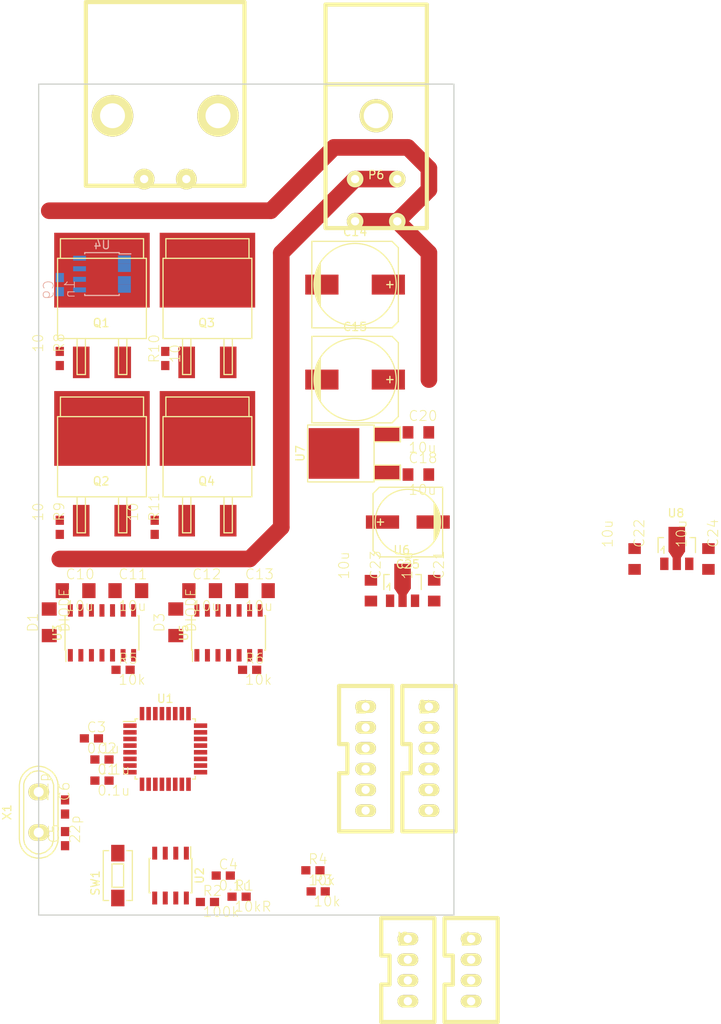
<source format=kicad_pcb>
(kicad_pcb (version 4) (host pcbnew 4.0.3-stable)

  (general
    (links 131)
    (no_connects 129)
    (area -0.075001 -0.075001 50.075001 100.075001)
    (thickness 1.6)
    (drawings 4)
    (tracks 14)
    (zones 0)
    (modules 52)
    (nets 45)
  )

  (page A4)
  (layers
    (0 F.Cu signal)
    (31 B.Cu signal)
    (32 B.Adhes user)
    (33 F.Adhes user)
    (34 B.Paste user)
    (35 F.Paste user)
    (36 B.SilkS user)
    (37 F.SilkS user)
    (38 B.Mask user)
    (39 F.Mask user)
    (40 Dwgs.User user)
    (41 Cmts.User user)
    (42 Eco1.User user)
    (43 Eco2.User user)
    (44 Edge.Cuts user)
    (45 Margin user)
    (46 B.CrtYd user)
    (47 F.CrtYd user)
    (48 B.Fab user)
    (49 F.Fab user)
  )

  (setup
    (last_trace_width 0.25)
    (user_trace_width 0.2)
    (user_trace_width 0.5)
    (user_trace_width 2)
    (trace_clearance 0.2)
    (zone_clearance 0.508)
    (zone_45_only no)
    (trace_min 0.2)
    (segment_width 0.2)
    (edge_width 0.15)
    (via_size 0.6)
    (via_drill 0.4)
    (via_min_size 0.2)
    (via_min_drill 0.2)
    (user_via 0.3 0.2)
    (user_via 1.2 0.8)
    (uvia_size 0.3)
    (uvia_drill 0.1)
    (uvias_allowed no)
    (uvia_min_size 0.2)
    (uvia_min_drill 0.1)
    (pcb_text_width 0.3)
    (pcb_text_size 1.5 1.5)
    (mod_edge_width 0.15)
    (mod_text_size 1 1)
    (mod_text_width 0.15)
    (pad_size 1.524 1.524)
    (pad_drill 0.762)
    (pad_to_mask_clearance 0.2)
    (aux_axis_origin 0 0)
    (visible_elements 7FFDFFFF)
    (pcbplotparams
      (layerselection 0x00030_80000001)
      (usegerberextensions false)
      (excludeedgelayer true)
      (linewidth 0.100000)
      (plotframeref false)
      (viasonmask false)
      (mode 1)
      (useauxorigin false)
      (hpglpennumber 1)
      (hpglpenspeed 20)
      (hpglpendiameter 15)
      (hpglpenoverlay 2)
      (psnegative false)
      (psa4output false)
      (plotreference true)
      (plotvalue true)
      (plotinvisibletext false)
      (padsonsilk false)
      (subtractmaskfromsilk false)
      (outputformat 1)
      (mirror false)
      (drillshape 1)
      (scaleselection 1)
      (outputdirectory ""))
  )

  (net 0 "")
  (net 1 +3.3V)
  (net 2 GND)
  (net 3 "Net-(C4-Pad2)")
  (net 4 "Net-(C5-Pad1)")
  (net 5 "Net-(C6-Pad1)")
  (net 6 "Net-(P1-Pad4)")
  (net 7 "Net-(P1-Pad3)")
  (net 8 "Net-(C9-Pad1)")
  (net 9 "Net-(C10-Pad1)")
  (net 10 /OUT_A_CS)
  (net 11 GNDPWR)
  (net 12 "Net-(C12-Pad1)")
  (net 13 /OUT_B)
  (net 14 +BATT)
  (net 15 /GP_PS)
  (net 16 /GD_PS)
  (net 17 /SPI1_NSS)
  (net 18 /SPI1_SCK)
  (net 19 /SPI1_MISO)
  (net 20 /SPI1_MOSI)
  (net 21 +12V)
  (net 22 +5V)
  (net 23 /ENC_A)
  (net 24 "Net-(P4-Pad3)")
  (net 25 "Net-(P4-Pad4)")
  (net 26 /OUT_A)
  (net 27 "Net-(Q1-PadG)")
  (net 28 "Net-(Q2-PadG)")
  (net 29 "Net-(Q3-PadG)")
  (net 30 "Net-(Q4-PadG)")
  (net 31 "Net-(R2-Pad2)")
  (net 32 "Net-(R5-Pad1)")
  (net 33 "Net-(R6-Pad1)")
  (net 34 "Net-(R8-Pad2)")
  (net 35 "Net-(R9-Pad2)")
  (net 36 "Net-(R10-Pad2)")
  (net 37 "Net-(R11-Pad2)")
  (net 38 /PWM_A)
  (net 39 /PWM_B)
  (net 40 /CAN_RX)
  (net 41 /CAN_TX)
  (net 42 /USART1_RX)
  (net 43 /USART1_TX)
  (net 44 /~SD)

  (net_class Default "これは標準のネット クラスです。"
    (clearance 0.2)
    (trace_width 0.25)
    (via_dia 0.6)
    (via_drill 0.4)
    (uvia_dia 0.3)
    (uvia_drill 0.1)
    (add_net +12V)
    (add_net +3.3V)
    (add_net +5V)
    (add_net +BATT)
    (add_net /CAN_RX)
    (add_net /CAN_TX)
    (add_net /ENC_A)
    (add_net /GD_PS)
    (add_net /GP_PS)
    (add_net /OUT_A)
    (add_net /OUT_A_CS)
    (add_net /OUT_B)
    (add_net /PWM_A)
    (add_net /PWM_B)
    (add_net /SPI1_MISO)
    (add_net /SPI1_MOSI)
    (add_net /SPI1_NSS)
    (add_net /SPI1_SCK)
    (add_net /USART1_RX)
    (add_net /USART1_TX)
    (add_net /~SD)
    (add_net GND)
    (add_net GNDPWR)
    (add_net "Net-(C10-Pad1)")
    (add_net "Net-(C12-Pad1)")
    (add_net "Net-(C4-Pad2)")
    (add_net "Net-(C5-Pad1)")
    (add_net "Net-(C6-Pad1)")
    (add_net "Net-(C9-Pad1)")
    (add_net "Net-(P1-Pad3)")
    (add_net "Net-(P1-Pad4)")
    (add_net "Net-(P4-Pad3)")
    (add_net "Net-(P4-Pad4)")
    (add_net "Net-(Q1-PadG)")
    (add_net "Net-(Q2-PadG)")
    (add_net "Net-(Q3-PadG)")
    (add_net "Net-(Q4-PadG)")
    (add_net "Net-(R10-Pad2)")
    (add_net "Net-(R11-Pad2)")
    (add_net "Net-(R2-Pad2)")
    (add_net "Net-(R5-Pad1)")
    (add_net "Net-(R6-Pad1)")
    (add_net "Net-(R8-Pad2)")
    (add_net "Net-(R9-Pad2)")
  )

  (module Housings_QFP:TQFP-32_7x7mm_Pitch0.8mm placed (layer F.Cu) (tedit 54130A77) (tstamp 57AB23A7)
    (at 15.24 80.01)
    (descr "32-Lead Plastic Thin Quad Flatpack (PT) - 7x7x1.0 mm Body, 2.00 mm [TQFP] (see Microchip Packaging Specification 00000049BS.pdf)")
    (tags "QFP 0.8")
    (path /57AB21B2)
    (attr smd)
    (fp_text reference U1 (at 0 -6.05) (layer F.SilkS)
      (effects (font (size 1 1) (thickness 0.15)))
    )
    (fp_text value STM32F303K8 (at 0 6.05) (layer F.Fab)
      (effects (font (size 1 1) (thickness 0.15)))
    )
    (fp_line (start -5.3 -5.3) (end -5.3 5.3) (layer F.CrtYd) (width 0.05))
    (fp_line (start 5.3 -5.3) (end 5.3 5.3) (layer F.CrtYd) (width 0.05))
    (fp_line (start -5.3 -5.3) (end 5.3 -5.3) (layer F.CrtYd) (width 0.05))
    (fp_line (start -5.3 5.3) (end 5.3 5.3) (layer F.CrtYd) (width 0.05))
    (fp_line (start -3.625 -3.625) (end -3.625 -3.3) (layer F.SilkS) (width 0.15))
    (fp_line (start 3.625 -3.625) (end 3.625 -3.3) (layer F.SilkS) (width 0.15))
    (fp_line (start 3.625 3.625) (end 3.625 3.3) (layer F.SilkS) (width 0.15))
    (fp_line (start -3.625 3.625) (end -3.625 3.3) (layer F.SilkS) (width 0.15))
    (fp_line (start -3.625 -3.625) (end -3.3 -3.625) (layer F.SilkS) (width 0.15))
    (fp_line (start -3.625 3.625) (end -3.3 3.625) (layer F.SilkS) (width 0.15))
    (fp_line (start 3.625 3.625) (end 3.3 3.625) (layer F.SilkS) (width 0.15))
    (fp_line (start 3.625 -3.625) (end 3.3 -3.625) (layer F.SilkS) (width 0.15))
    (fp_line (start -3.625 -3.3) (end -5.05 -3.3) (layer F.SilkS) (width 0.15))
    (pad 1 smd rect (at -4.25 -2.8) (size 1.6 0.55) (layers F.Cu F.Paste F.Mask)
      (net 1 +3.3V))
    (pad 2 smd rect (at -4.25 -2) (size 1.6 0.55) (layers F.Cu F.Paste F.Mask)
      (net 5 "Net-(C6-Pad1)"))
    (pad 3 smd rect (at -4.25 -1.2) (size 1.6 0.55) (layers F.Cu F.Paste F.Mask)
      (net 4 "Net-(C5-Pad1)"))
    (pad 4 smd rect (at -4.25 -0.4) (size 1.6 0.55) (layers F.Cu F.Paste F.Mask)
      (net 3 "Net-(C4-Pad2)"))
    (pad 5 smd rect (at -4.25 0.4) (size 1.6 0.55) (layers F.Cu F.Paste F.Mask)
      (net 1 +3.3V))
    (pad 6 smd rect (at -4.25 1.2) (size 1.6 0.55) (layers F.Cu F.Paste F.Mask)
      (net 38 /PWM_A))
    (pad 7 smd rect (at -4.25 2) (size 1.6 0.55) (layers F.Cu F.Paste F.Mask)
      (net 39 /PWM_B))
    (pad 8 smd rect (at -4.25 2.8) (size 1.6 0.55) (layers F.Cu F.Paste F.Mask))
    (pad 9 smd rect (at -2.8 4.25 90) (size 1.6 0.55) (layers F.Cu F.Paste F.Mask))
    (pad 10 smd rect (at -2 4.25 90) (size 1.6 0.55) (layers F.Cu F.Paste F.Mask))
    (pad 11 smd rect (at -1.2 4.25 90) (size 1.6 0.55) (layers F.Cu F.Paste F.Mask))
    (pad 12 smd rect (at -0.4 4.25 90) (size 1.6 0.55) (layers F.Cu F.Paste F.Mask)
      (net 23 /ENC_A))
    (pad 13 smd rect (at 0.4 4.25 90) (size 1.6 0.55) (layers F.Cu F.Paste F.Mask))
    (pad 14 smd rect (at 1.2 4.25 90) (size 1.6 0.55) (layers F.Cu F.Paste F.Mask))
    (pad 15 smd rect (at 2 4.25 90) (size 1.6 0.55) (layers F.Cu F.Paste F.Mask))
    (pad 16 smd rect (at 2.8 4.25 90) (size 1.6 0.55) (layers F.Cu F.Paste F.Mask)
      (net 2 GND))
    (pad 17 smd rect (at 4.25 2.8) (size 1.6 0.55) (layers F.Cu F.Paste F.Mask)
      (net 1 +3.3V))
    (pad 18 smd rect (at 4.25 2) (size 1.6 0.55) (layers F.Cu F.Paste F.Mask))
    (pad 19 smd rect (at 4.25 1.2) (size 1.6 0.55) (layers F.Cu F.Paste F.Mask))
    (pad 20 smd rect (at 4.25 0.4) (size 1.6 0.55) (layers F.Cu F.Paste F.Mask))
    (pad 21 smd rect (at 4.25 -0.4) (size 1.6 0.55) (layers F.Cu F.Paste F.Mask)
      (net 40 /CAN_RX))
    (pad 22 smd rect (at 4.25 -1.2) (size 1.6 0.55) (layers F.Cu F.Paste F.Mask)
      (net 41 /CAN_TX))
    (pad 23 smd rect (at 4.25 -2) (size 1.6 0.55) (layers F.Cu F.Paste F.Mask)
      (net 6 "Net-(P1-Pad4)"))
    (pad 24 smd rect (at 4.25 -2.8) (size 1.6 0.55) (layers F.Cu F.Paste F.Mask)
      (net 7 "Net-(P1-Pad3)"))
    (pad 25 smd rect (at 2.8 -4.25 90) (size 1.6 0.55) (layers F.Cu F.Paste F.Mask)
      (net 17 /SPI1_NSS))
    (pad 26 smd rect (at 2 -4.25 90) (size 1.6 0.55) (layers F.Cu F.Paste F.Mask)
      (net 18 /SPI1_SCK))
    (pad 27 smd rect (at 1.2 -4.25 90) (size 1.6 0.55) (layers F.Cu F.Paste F.Mask)
      (net 19 /SPI1_MISO))
    (pad 28 smd rect (at 0.4 -4.25 90) (size 1.6 0.55) (layers F.Cu F.Paste F.Mask)
      (net 20 /SPI1_MOSI))
    (pad 29 smd rect (at -0.4 -4.25 90) (size 1.6 0.55) (layers F.Cu F.Paste F.Mask)
      (net 43 /USART1_TX))
    (pad 30 smd rect (at -1.2 -4.25 90) (size 1.6 0.55) (layers F.Cu F.Paste F.Mask)
      (net 42 /USART1_RX))
    (pad 31 smd rect (at -2 -4.25 90) (size 1.6 0.55) (layers F.Cu F.Paste F.Mask)
      (net 2 GND))
    (pad 32 smd rect (at -2.8 -4.25 90) (size 1.6 0.55) (layers F.Cu F.Paste F.Mask)
      (net 2 GND))
    (model Housings_QFP.3dshapes/TQFP-32_7x7mm_Pitch0.8mm.wrl
      (at (xyz 0 0 0))
      (scale (xyz 1 1 1))
      (rotate (xyz 0 0 0))
    )
  )

  (module RP_KiCAD_Libs:C1608 placed (layer F.Cu) (tedit 0) (tstamp 57AB2351)
    (at 7.62 83.82)
    (descr <b>CAPACITOR</b>)
    (path /57AB3015)
    (fp_text reference C1 (at -0.635 -0.635) (layer F.SilkS)
      (effects (font (size 1.2065 1.2065) (thickness 0.1016)) (justify left bottom))
    )
    (fp_text value 0.1u (at -0.635 1.905) (layer F.SilkS)
      (effects (font (size 1.2065 1.2065) (thickness 0.1016)) (justify left bottom))
    )
    (fp_line (start -0.356 -0.432) (end 0.356 -0.432) (layer Dwgs.User) (width 0.1016))
    (fp_line (start -0.356 0.419) (end 0.356 0.419) (layer Dwgs.User) (width 0.1016))
    (fp_poly (pts (xy -0.8382 0.4699) (xy -0.3381 0.4699) (xy -0.3381 -0.4801) (xy -0.8382 -0.4801)) (layer Dwgs.User) (width 0))
    (fp_poly (pts (xy 0.3302 0.4699) (xy 0.8303 0.4699) (xy 0.8303 -0.4801) (xy 0.3302 -0.4801)) (layer Dwgs.User) (width 0))
    (fp_poly (pts (xy -0.1999 0.3) (xy 0.1999 0.3) (xy 0.1999 -0.3) (xy -0.1999 -0.3)) (layer F.Adhes) (width 0))
    (pad 1 smd rect (at -0.85 0) (size 1.1 1) (layers F.Cu F.Paste F.Mask)
      (net 1 +3.3V))
    (pad 2 smd rect (at 0.85 0) (size 1.1 1) (layers F.Cu F.Paste F.Mask)
      (net 2 GND))
    (model Resistors_SMD.3dshapes/R_0603.wrl
      (at (xyz 0 0 0))
      (scale (xyz 1 1 1))
      (rotate (xyz 0 0 0))
    )
  )

  (module RP_KiCAD_Libs:C1608 placed (layer F.Cu) (tedit 0) (tstamp 57AB2357)
    (at 7.62 81.28)
    (descr <b>CAPACITOR</b>)
    (path /57AB2E59)
    (fp_text reference C2 (at -0.635 -0.635) (layer F.SilkS)
      (effects (font (size 1.2065 1.2065) (thickness 0.1016)) (justify left bottom))
    )
    (fp_text value 0.1u (at -0.635 1.905) (layer F.SilkS)
      (effects (font (size 1.2065 1.2065) (thickness 0.1016)) (justify left bottom))
    )
    (fp_line (start -0.356 -0.432) (end 0.356 -0.432) (layer Dwgs.User) (width 0.1016))
    (fp_line (start -0.356 0.419) (end 0.356 0.419) (layer Dwgs.User) (width 0.1016))
    (fp_poly (pts (xy -0.8382 0.4699) (xy -0.3381 0.4699) (xy -0.3381 -0.4801) (xy -0.8382 -0.4801)) (layer Dwgs.User) (width 0))
    (fp_poly (pts (xy 0.3302 0.4699) (xy 0.8303 0.4699) (xy 0.8303 -0.4801) (xy 0.3302 -0.4801)) (layer Dwgs.User) (width 0))
    (fp_poly (pts (xy -0.1999 0.3) (xy 0.1999 0.3) (xy 0.1999 -0.3) (xy -0.1999 -0.3)) (layer F.Adhes) (width 0))
    (pad 1 smd rect (at -0.85 0) (size 1.1 1) (layers F.Cu F.Paste F.Mask)
      (net 1 +3.3V))
    (pad 2 smd rect (at 0.85 0) (size 1.1 1) (layers F.Cu F.Paste F.Mask)
      (net 2 GND))
    (model Resistors_SMD.3dshapes/R_0603.wrl
      (at (xyz 0 0 0))
      (scale (xyz 1 1 1))
      (rotate (xyz 0 0 0))
    )
  )

  (module RP_KiCAD_Libs:C1608 placed (layer F.Cu) (tedit 0) (tstamp 57AB235D)
    (at 6.35 78.74)
    (descr <b>CAPACITOR</b>)
    (path /57AB2FA9)
    (fp_text reference C3 (at -0.635 -0.635) (layer F.SilkS)
      (effects (font (size 1.2065 1.2065) (thickness 0.1016)) (justify left bottom))
    )
    (fp_text value 0.1u (at -0.635 1.905) (layer F.SilkS)
      (effects (font (size 1.2065 1.2065) (thickness 0.1016)) (justify left bottom))
    )
    (fp_line (start -0.356 -0.432) (end 0.356 -0.432) (layer Dwgs.User) (width 0.1016))
    (fp_line (start -0.356 0.419) (end 0.356 0.419) (layer Dwgs.User) (width 0.1016))
    (fp_poly (pts (xy -0.8382 0.4699) (xy -0.3381 0.4699) (xy -0.3381 -0.4801) (xy -0.8382 -0.4801)) (layer Dwgs.User) (width 0))
    (fp_poly (pts (xy 0.3302 0.4699) (xy 0.8303 0.4699) (xy 0.8303 -0.4801) (xy 0.3302 -0.4801)) (layer Dwgs.User) (width 0))
    (fp_poly (pts (xy -0.1999 0.3) (xy 0.1999 0.3) (xy 0.1999 -0.3) (xy -0.1999 -0.3)) (layer F.Adhes) (width 0))
    (pad 1 smd rect (at -0.85 0) (size 1.1 1) (layers F.Cu F.Paste F.Mask)
      (net 1 +3.3V))
    (pad 2 smd rect (at 0.85 0) (size 1.1 1) (layers F.Cu F.Paste F.Mask)
      (net 2 GND))
    (model Resistors_SMD.3dshapes/R_0603.wrl
      (at (xyz 0 0 0))
      (scale (xyz 1 1 1))
      (rotate (xyz 0 0 0))
    )
  )

  (module RP_KiCAD_Libs:C1608 placed (layer F.Cu) (tedit 0) (tstamp 57AB2363)
    (at 22.225 95.25)
    (descr <b>CAPACITOR</b>)
    (path /57AB273C)
    (fp_text reference C4 (at -0.635 -0.635) (layer F.SilkS)
      (effects (font (size 1.2065 1.2065) (thickness 0.1016)) (justify left bottom))
    )
    (fp_text value 0.1u (at -0.635 1.905) (layer F.SilkS)
      (effects (font (size 1.2065 1.2065) (thickness 0.1016)) (justify left bottom))
    )
    (fp_line (start -0.356 -0.432) (end 0.356 -0.432) (layer Dwgs.User) (width 0.1016))
    (fp_line (start -0.356 0.419) (end 0.356 0.419) (layer Dwgs.User) (width 0.1016))
    (fp_poly (pts (xy -0.8382 0.4699) (xy -0.3381 0.4699) (xy -0.3381 -0.4801) (xy -0.8382 -0.4801)) (layer Dwgs.User) (width 0))
    (fp_poly (pts (xy 0.3302 0.4699) (xy 0.8303 0.4699) (xy 0.8303 -0.4801) (xy 0.3302 -0.4801)) (layer Dwgs.User) (width 0))
    (fp_poly (pts (xy -0.1999 0.3) (xy 0.1999 0.3) (xy 0.1999 -0.3) (xy -0.1999 -0.3)) (layer F.Adhes) (width 0))
    (pad 1 smd rect (at -0.85 0) (size 1.1 1) (layers F.Cu F.Paste F.Mask)
      (net 2 GND))
    (pad 2 smd rect (at 0.85 0) (size 1.1 1) (layers F.Cu F.Paste F.Mask)
      (net 3 "Net-(C4-Pad2)"))
    (model Resistors_SMD.3dshapes/R_0603.wrl
      (at (xyz 0 0 0))
      (scale (xyz 1 1 1))
      (rotate (xyz 0 0 0))
    )
  )

  (module RP_KiCAD_Libs:C1608 placed (layer F.Cu) (tedit 0) (tstamp 57AB2369)
    (at 3.175 90.805 90)
    (descr <b>CAPACITOR</b>)
    (path /57AB228E)
    (fp_text reference C5 (at -0.635 -0.635 90) (layer F.SilkS)
      (effects (font (size 1.2065 1.2065) (thickness 0.1016)) (justify left bottom))
    )
    (fp_text value 22p (at -0.635 1.905 90) (layer F.SilkS)
      (effects (font (size 1.2065 1.2065) (thickness 0.1016)) (justify left bottom))
    )
    (fp_line (start -0.356 -0.432) (end 0.356 -0.432) (layer Dwgs.User) (width 0.1016))
    (fp_line (start -0.356 0.419) (end 0.356 0.419) (layer Dwgs.User) (width 0.1016))
    (fp_poly (pts (xy -0.8382 0.4699) (xy -0.3381 0.4699) (xy -0.3381 -0.4801) (xy -0.8382 -0.4801)) (layer Dwgs.User) (width 0))
    (fp_poly (pts (xy 0.3302 0.4699) (xy 0.8303 0.4699) (xy 0.8303 -0.4801) (xy 0.3302 -0.4801)) (layer Dwgs.User) (width 0))
    (fp_poly (pts (xy -0.1999 0.3) (xy 0.1999 0.3) (xy 0.1999 -0.3) (xy -0.1999 -0.3)) (layer F.Adhes) (width 0))
    (pad 1 smd rect (at -0.85 0 90) (size 1.1 1) (layers F.Cu F.Paste F.Mask)
      (net 4 "Net-(C5-Pad1)"))
    (pad 2 smd rect (at 0.85 0 90) (size 1.1 1) (layers F.Cu F.Paste F.Mask)
      (net 2 GND))
    (model Resistors_SMD.3dshapes/R_0603.wrl
      (at (xyz 0 0 0))
      (scale (xyz 1 1 1))
      (rotate (xyz 0 0 0))
    )
  )

  (module RP_KiCAD_Libs:C1608 placed (layer F.Cu) (tedit 0) (tstamp 57AB236F)
    (at 3.175 86.995 270)
    (descr <b>CAPACITOR</b>)
    (path /57AB22D5)
    (fp_text reference C6 (at -0.635 -0.635 270) (layer F.SilkS)
      (effects (font (size 1.2065 1.2065) (thickness 0.1016)) (justify left bottom))
    )
    (fp_text value 22p (at -0.635 1.905 270) (layer F.SilkS)
      (effects (font (size 1.2065 1.2065) (thickness 0.1016)) (justify left bottom))
    )
    (fp_line (start -0.356 -0.432) (end 0.356 -0.432) (layer Dwgs.User) (width 0.1016))
    (fp_line (start -0.356 0.419) (end 0.356 0.419) (layer Dwgs.User) (width 0.1016))
    (fp_poly (pts (xy -0.8382 0.4699) (xy -0.3381 0.4699) (xy -0.3381 -0.4801) (xy -0.8382 -0.4801)) (layer Dwgs.User) (width 0))
    (fp_poly (pts (xy 0.3302 0.4699) (xy 0.8303 0.4699) (xy 0.8303 -0.4801) (xy 0.3302 -0.4801)) (layer Dwgs.User) (width 0))
    (fp_poly (pts (xy -0.1999 0.3) (xy 0.1999 0.3) (xy 0.1999 -0.3) (xy -0.1999 -0.3)) (layer F.Adhes) (width 0))
    (pad 1 smd rect (at -0.85 0 270) (size 1.1 1) (layers F.Cu F.Paste F.Mask)
      (net 5 "Net-(C6-Pad1)"))
    (pad 2 smd rect (at 0.85 0 270) (size 1.1 1) (layers F.Cu F.Paste F.Mask)
      (net 2 GND))
    (model Resistors_SMD.3dshapes/R_0603.wrl
      (at (xyz 0 0 0))
      (scale (xyz 1 1 1))
      (rotate (xyz 0 0 0))
    )
  )

  (module RP_KiCAD_Libs:C1608 placed (layer F.Cu) (tedit 0) (tstamp 57AB237D)
    (at 24.13 97.79)
    (descr <b>CAPACITOR</b>)
    (path /57AB2562)
    (fp_text reference R1 (at -0.635 -0.635) (layer F.SilkS)
      (effects (font (size 1.2065 1.2065) (thickness 0.1016)) (justify left bottom))
    )
    (fp_text value 10kR (at -0.635 1.905) (layer F.SilkS)
      (effects (font (size 1.2065 1.2065) (thickness 0.1016)) (justify left bottom))
    )
    (fp_line (start -0.356 -0.432) (end 0.356 -0.432) (layer Dwgs.User) (width 0.1016))
    (fp_line (start -0.356 0.419) (end 0.356 0.419) (layer Dwgs.User) (width 0.1016))
    (fp_poly (pts (xy -0.8382 0.4699) (xy -0.3381 0.4699) (xy -0.3381 -0.4801) (xy -0.8382 -0.4801)) (layer Dwgs.User) (width 0))
    (fp_poly (pts (xy 0.3302 0.4699) (xy 0.8303 0.4699) (xy 0.8303 -0.4801) (xy 0.3302 -0.4801)) (layer Dwgs.User) (width 0))
    (fp_poly (pts (xy -0.1999 0.3) (xy 0.1999 0.3) (xy 0.1999 -0.3) (xy -0.1999 -0.3)) (layer F.Adhes) (width 0))
    (pad 1 smd rect (at -0.85 0) (size 1.1 1) (layers F.Cu F.Paste F.Mask)
      (net 3 "Net-(C4-Pad2)"))
    (pad 2 smd rect (at 0.85 0) (size 1.1 1) (layers F.Cu F.Paste F.Mask)
      (net 1 +3.3V))
    (model Resistors_SMD.3dshapes/R_0603.wrl
      (at (xyz 0 0 0))
      (scale (xyz 1 1 1))
      (rotate (xyz 0 0 0))
    )
  )

  (module Buttons_Switches_SMD:SW_SPST_EVQPE1 placed (layer F.Cu) (tedit 55DB43C0) (tstamp 57AB2383)
    (at 9.525 95.25 90)
    (descr "Light Touch Switch")
    (path /57AB2681)
    (attr smd)
    (fp_text reference SW1 (at -0.9 -2.7 90) (layer F.SilkS)
      (effects (font (size 1 1) (thickness 0.15)))
    )
    (fp_text value SW_PUSH (at 0 0 90) (layer F.Fab)
      (effects (font (size 1 1) (thickness 0.15)))
    )
    (fp_line (start -1.4 -0.7) (end 1.4 -0.7) (layer F.SilkS) (width 0.15))
    (fp_line (start 1.4 -0.7) (end 1.4 0.7) (layer F.SilkS) (width 0.15))
    (fp_line (start 1.4 0.7) (end -1.4 0.7) (layer F.SilkS) (width 0.15))
    (fp_line (start -1.4 0.7) (end -1.4 -0.7) (layer F.SilkS) (width 0.15))
    (fp_line (start -3.95 -2) (end 3.95 -2) (layer F.CrtYd) (width 0.05))
    (fp_line (start 3.95 -2) (end 3.95 2) (layer F.CrtYd) (width 0.05))
    (fp_line (start 3.95 2) (end -3.95 2) (layer F.CrtYd) (width 0.05))
    (fp_line (start -3.95 2) (end -3.95 -2) (layer F.CrtYd) (width 0.05))
    (fp_line (start 3 -1.75) (end 3 -1.1) (layer F.SilkS) (width 0.15))
    (fp_line (start 3 1.75) (end 3 1.1) (layer F.SilkS) (width 0.15))
    (fp_line (start -3 1.1) (end -3 1.75) (layer F.SilkS) (width 0.15))
    (fp_line (start -3 -1.75) (end -3 -1.1) (layer F.SilkS) (width 0.15))
    (fp_line (start 3 -1.75) (end -3 -1.75) (layer F.SilkS) (width 0.15))
    (fp_line (start -3 1.75) (end 3 1.75) (layer F.SilkS) (width 0.15))
    (pad 2 smd rect (at 2.7 0 90) (size 2 1.6) (layers F.Cu F.Paste F.Mask)
      (net 3 "Net-(C4-Pad2)"))
    (pad 1 smd rect (at -2.7 0 90) (size 2 1.6) (layers F.Cu F.Paste F.Mask)
      (net 2 GND))
  )

  (module Crystals:Crystal_HC50-U_Vertical placed (layer F.Cu) (tedit 0) (tstamp 57AB23AD)
    (at 0 87.63 90)
    (descr "Crystal, Quarz, HC50/U, vertical, stehend,")
    (tags "Crystal, Quarz, HC50/U, vertical, stehend,")
    (path /57AB2209)
    (fp_text reference X1 (at 0 -3.81 90) (layer F.SilkS)
      (effects (font (size 1 1) (thickness 0.15)))
    )
    (fp_text value CRYSTAL (at 0 3.81 90) (layer F.Fab)
      (effects (font (size 1 1) (thickness 0.15)))
    )
    (fp_line (start 4.699 -1.00076) (end 4.89966 -0.59944) (layer F.SilkS) (width 0.15))
    (fp_line (start 4.89966 -0.59944) (end 5.00126 0) (layer F.SilkS) (width 0.15))
    (fp_line (start 5.00126 0) (end 4.89966 0.50038) (layer F.SilkS) (width 0.15))
    (fp_line (start 4.89966 0.50038) (end 4.50088 1.19888) (layer F.SilkS) (width 0.15))
    (fp_line (start 4.50088 1.19888) (end 3.8989 1.6002) (layer F.SilkS) (width 0.15))
    (fp_line (start 3.8989 1.6002) (end 3.29946 1.80086) (layer F.SilkS) (width 0.15))
    (fp_line (start 3.29946 1.80086) (end -3.29946 1.80086) (layer F.SilkS) (width 0.15))
    (fp_line (start -3.29946 1.80086) (end -4.0005 1.6002) (layer F.SilkS) (width 0.15))
    (fp_line (start -4.0005 1.6002) (end -4.39928 1.30048) (layer F.SilkS) (width 0.15))
    (fp_line (start -4.39928 1.30048) (end -4.8006 0.8001) (layer F.SilkS) (width 0.15))
    (fp_line (start -4.8006 0.8001) (end -5.00126 0.20066) (layer F.SilkS) (width 0.15))
    (fp_line (start -5.00126 0.20066) (end -5.00126 -0.29972) (layer F.SilkS) (width 0.15))
    (fp_line (start -5.00126 -0.29972) (end -4.8006 -0.8001) (layer F.SilkS) (width 0.15))
    (fp_line (start -4.8006 -0.8001) (end -4.30022 -1.39954) (layer F.SilkS) (width 0.15))
    (fp_line (start -4.30022 -1.39954) (end -3.79984 -1.69926) (layer F.SilkS) (width 0.15))
    (fp_line (start -3.79984 -1.69926) (end -3.29946 -1.80086) (layer F.SilkS) (width 0.15))
    (fp_line (start -3.2004 -1.80086) (end 3.40106 -1.80086) (layer F.SilkS) (width 0.15))
    (fp_line (start 3.40106 -1.80086) (end 3.79984 -1.69926) (layer F.SilkS) (width 0.15))
    (fp_line (start 3.79984 -1.69926) (end 4.30022 -1.39954) (layer F.SilkS) (width 0.15))
    (fp_line (start 4.30022 -1.39954) (end 4.8006 -0.89916) (layer F.SilkS) (width 0.15))
    (fp_line (start -3.19024 -2.32918) (end -3.64998 -2.28092) (layer F.SilkS) (width 0.15))
    (fp_line (start -3.64998 -2.28092) (end -4.04876 -2.16916) (layer F.SilkS) (width 0.15))
    (fp_line (start -4.04876 -2.16916) (end -4.48056 -1.95072) (layer F.SilkS) (width 0.15))
    (fp_line (start -4.48056 -1.95072) (end -4.77012 -1.71958) (layer F.SilkS) (width 0.15))
    (fp_line (start -4.77012 -1.71958) (end -5.10032 -1.36906) (layer F.SilkS) (width 0.15))
    (fp_line (start -5.10032 -1.36906) (end -5.38988 -0.83058) (layer F.SilkS) (width 0.15))
    (fp_line (start -5.38988 -0.83058) (end -5.51942 -0.23114) (layer F.SilkS) (width 0.15))
    (fp_line (start -5.51942 -0.23114) (end -5.51942 0.2794) (layer F.SilkS) (width 0.15))
    (fp_line (start -5.51942 0.2794) (end -5.34924 0.98044) (layer F.SilkS) (width 0.15))
    (fp_line (start -5.34924 0.98044) (end -4.95046 1.56972) (layer F.SilkS) (width 0.15))
    (fp_line (start -4.95046 1.56972) (end -4.49072 1.94056) (layer F.SilkS) (width 0.15))
    (fp_line (start -4.49072 1.94056) (end -4.06908 2.14884) (layer F.SilkS) (width 0.15))
    (fp_line (start -4.06908 2.14884) (end -3.6195 2.30886) (layer F.SilkS) (width 0.15))
    (fp_line (start -3.6195 2.30886) (end -3.18008 2.33934) (layer F.SilkS) (width 0.15))
    (fp_line (start 4.16052 2.1209) (end 4.53898 1.89992) (layer F.SilkS) (width 0.15))
    (fp_line (start 4.53898 1.89992) (end 4.85902 1.62052) (layer F.SilkS) (width 0.15))
    (fp_line (start 4.85902 1.62052) (end 5.11048 1.29032) (layer F.SilkS) (width 0.15))
    (fp_line (start 5.11048 1.29032) (end 5.4102 0.73914) (layer F.SilkS) (width 0.15))
    (fp_line (start 5.4102 0.73914) (end 5.51942 0.26924) (layer F.SilkS) (width 0.15))
    (fp_line (start 5.51942 0.26924) (end 5.53974 -0.1905) (layer F.SilkS) (width 0.15))
    (fp_line (start 5.53974 -0.1905) (end 5.45084 -0.65024) (layer F.SilkS) (width 0.15))
    (fp_line (start 5.45084 -0.65024) (end 5.26034 -1.09982) (layer F.SilkS) (width 0.15))
    (fp_line (start 5.26034 -1.09982) (end 4.89966 -1.56972) (layer F.SilkS) (width 0.15))
    (fp_line (start 4.89966 -1.56972) (end 4.54914 -1.88976) (layer F.SilkS) (width 0.15))
    (fp_line (start 4.54914 -1.88976) (end 4.16052 -2.1209) (layer F.SilkS) (width 0.15))
    (fp_line (start 4.16052 -2.1209) (end 3.73126 -2.2606) (layer F.SilkS) (width 0.15))
    (fp_line (start 3.73126 -2.2606) (end 3.2893 -2.32918) (layer F.SilkS) (width 0.15))
    (fp_line (start -3.2004 2.32918) (end 3.2512 2.32918) (layer F.SilkS) (width 0.15))
    (fp_line (start 3.2512 2.32918) (end 3.6703 2.29108) (layer F.SilkS) (width 0.15))
    (fp_line (start 3.6703 2.29108) (end 4.16052 2.1209) (layer F.SilkS) (width 0.15))
    (fp_line (start -3.2004 -2.32918) (end 3.2512 -2.32918) (layer F.SilkS) (width 0.15))
    (pad 1 thru_hole oval (at -2.44094 0 90) (size 1.99898 2.49936) (drill 1.19888) (layers *.Cu *.Mask F.SilkS)
      (net 4 "Net-(C5-Pad1)"))
    (pad 2 thru_hole oval (at 2.44094 0 90) (size 1.99898 2.49936) (drill 1.19888) (layers *.Cu *.Mask F.SilkS)
      (net 5 "Net-(C6-Pad1)"))
  )

  (module RP_KiCAD_Libs:C1608 placed (layer B.Cu) (tedit 0) (tstamp 57AC8EFC)
    (at 2.54 24.13 270)
    (descr <b>CAPACITOR</b>)
    (path /57ACC051)
    (fp_text reference C9 (at -0.635 0.635 270) (layer B.SilkS)
      (effects (font (size 1.2065 1.2065) (thickness 0.1016)) (justify left bottom mirror))
    )
    (fp_text value 1n (at -0.635 -1.905 270) (layer B.SilkS)
      (effects (font (size 1.2065 1.2065) (thickness 0.1016)) (justify left bottom mirror))
    )
    (fp_line (start -0.356 0.432) (end 0.356 0.432) (layer Dwgs.User) (width 0.1016))
    (fp_line (start -0.356 -0.419) (end 0.356 -0.419) (layer Dwgs.User) (width 0.1016))
    (fp_poly (pts (xy -0.8382 -0.4699) (xy -0.3381 -0.4699) (xy -0.3381 0.4801) (xy -0.8382 0.4801)) (layer Dwgs.User) (width 0))
    (fp_poly (pts (xy 0.3302 -0.4699) (xy 0.8303 -0.4699) (xy 0.8303 0.4801) (xy 0.3302 0.4801)) (layer Dwgs.User) (width 0))
    (fp_poly (pts (xy -0.1999 -0.3) (xy 0.1999 -0.3) (xy 0.1999 0.3) (xy -0.1999 0.3)) (layer B.Adhes) (width 0))
    (pad 1 smd rect (at -0.85 0 270) (size 1.1 1) (layers B.Cu B.Paste B.Mask)
      (net 8 "Net-(C9-Pad1)"))
    (pad 2 smd rect (at 0.85 0 270) (size 1.1 1) (layers B.Cu B.Paste B.Mask)
      (net 2 GND))
    (model Resistors_SMD.3dshapes/R_0603.wrl
      (at (xyz 0 0 0))
      (scale (xyz 1 1 1))
      (rotate (xyz 0 0 0))
    )
  )

  (module RP_KiCAD_Libs:C3216 placed (layer F.Cu) (tedit 0) (tstamp 57AC8F07)
    (at 4.445 60.96)
    (descr <b>CAPACITOR</b>)
    (path /57AC859C)
    (fp_text reference C10 (at -1.27 -1.27) (layer F.SilkS)
      (effects (font (size 1.2065 1.2065) (thickness 0.1016)) (justify left bottom))
    )
    (fp_text value 10u (at -1.27 2.54) (layer F.SilkS)
      (effects (font (size 1.2065 1.2065) (thickness 0.1016)) (justify left bottom))
    )
    (fp_line (start -0.965 -0.787) (end 0.965 -0.787) (layer Dwgs.User) (width 0.1016))
    (fp_line (start -0.965 0.787) (end 0.965 0.787) (layer Dwgs.User) (width 0.1016))
    (fp_poly (pts (xy -1.7018 0.8509) (xy -0.9517 0.8509) (xy -0.9517 -0.8491) (xy -1.7018 -0.8491)) (layer Dwgs.User) (width 0))
    (fp_poly (pts (xy 0.9517 0.8491) (xy 1.7018 0.8491) (xy 1.7018 -0.8509) (xy 0.9517 -0.8509)) (layer Dwgs.User) (width 0))
    (fp_poly (pts (xy -0.3 0.5001) (xy 0.3 0.5001) (xy 0.3 -0.5001) (xy -0.3 -0.5001)) (layer F.Adhes) (width 0))
    (pad 1 smd rect (at -1.6 0) (size 1.6 1.8) (layers F.Cu F.Paste F.Mask)
      (net 9 "Net-(C10-Pad1)"))
    (pad 2 smd rect (at 1.6 0) (size 1.6 1.8) (layers F.Cu F.Paste F.Mask)
      (net 10 /OUT_A_CS))
    (model Resistors_SMD.3dshapes/R_1206.wrl
      (at (xyz 0 0 0))
      (scale (xyz 1 1 1))
      (rotate (xyz 0 0 0))
    )
  )

  (module RP_KiCAD_Libs:C3216 placed (layer F.Cu) (tedit 0) (tstamp 57AC8F12)
    (at 10.795 60.96)
    (descr <b>CAPACITOR</b>)
    (path /57AC8738)
    (fp_text reference C11 (at -1.27 -1.27) (layer F.SilkS)
      (effects (font (size 1.2065 1.2065) (thickness 0.1016)) (justify left bottom))
    )
    (fp_text value 10u (at -1.27 2.54) (layer F.SilkS)
      (effects (font (size 1.2065 1.2065) (thickness 0.1016)) (justify left bottom))
    )
    (fp_line (start -0.965 -0.787) (end 0.965 -0.787) (layer Dwgs.User) (width 0.1016))
    (fp_line (start -0.965 0.787) (end 0.965 0.787) (layer Dwgs.User) (width 0.1016))
    (fp_poly (pts (xy -1.7018 0.8509) (xy -0.9517 0.8509) (xy -0.9517 -0.8491) (xy -1.7018 -0.8491)) (layer Dwgs.User) (width 0))
    (fp_poly (pts (xy 0.9517 0.8491) (xy 1.7018 0.8491) (xy 1.7018 -0.8509) (xy 0.9517 -0.8509)) (layer Dwgs.User) (width 0))
    (fp_poly (pts (xy -0.3 0.5001) (xy 0.3 0.5001) (xy 0.3 -0.5001) (xy -0.3 -0.5001)) (layer F.Adhes) (width 0))
    (pad 1 smd rect (at -1.6 0) (size 1.6 1.8) (layers F.Cu F.Paste F.Mask)
      (net 16 /GD_PS))
    (pad 2 smd rect (at 1.6 0) (size 1.6 1.8) (layers F.Cu F.Paste F.Mask)
      (net 11 GNDPWR))
    (model Resistors_SMD.3dshapes/R_1206.wrl
      (at (xyz 0 0 0))
      (scale (xyz 1 1 1))
      (rotate (xyz 0 0 0))
    )
  )

  (module RP_KiCAD_Libs:C3216 placed (layer F.Cu) (tedit 0) (tstamp 57AC8F1D)
    (at 19.685 60.96)
    (descr <b>CAPACITOR</b>)
    (path /57ACCB9D)
    (fp_text reference C12 (at -1.27 -1.27) (layer F.SilkS)
      (effects (font (size 1.2065 1.2065) (thickness 0.1016)) (justify left bottom))
    )
    (fp_text value 10u (at -1.27 2.54) (layer F.SilkS)
      (effects (font (size 1.2065 1.2065) (thickness 0.1016)) (justify left bottom))
    )
    (fp_line (start -0.965 -0.787) (end 0.965 -0.787) (layer Dwgs.User) (width 0.1016))
    (fp_line (start -0.965 0.787) (end 0.965 0.787) (layer Dwgs.User) (width 0.1016))
    (fp_poly (pts (xy -1.7018 0.8509) (xy -0.9517 0.8509) (xy -0.9517 -0.8491) (xy -1.7018 -0.8491)) (layer Dwgs.User) (width 0))
    (fp_poly (pts (xy 0.9517 0.8491) (xy 1.7018 0.8491) (xy 1.7018 -0.8509) (xy 0.9517 -0.8509)) (layer Dwgs.User) (width 0))
    (fp_poly (pts (xy -0.3 0.5001) (xy 0.3 0.5001) (xy 0.3 -0.5001) (xy -0.3 -0.5001)) (layer F.Adhes) (width 0))
    (pad 1 smd rect (at -1.6 0) (size 1.6 1.8) (layers F.Cu F.Paste F.Mask)
      (net 12 "Net-(C12-Pad1)"))
    (pad 2 smd rect (at 1.6 0) (size 1.6 1.8) (layers F.Cu F.Paste F.Mask)
      (net 13 /OUT_B))
    (model Resistors_SMD.3dshapes/R_1206.wrl
      (at (xyz 0 0 0))
      (scale (xyz 1 1 1))
      (rotate (xyz 0 0 0))
    )
  )

  (module RP_KiCAD_Libs:C3216 placed (layer F.Cu) (tedit 0) (tstamp 57AC8F28)
    (at 26.035 60.96)
    (descr <b>CAPACITOR</b>)
    (path /57ACCBA3)
    (fp_text reference C13 (at -1.27 -1.27) (layer F.SilkS)
      (effects (font (size 1.2065 1.2065) (thickness 0.1016)) (justify left bottom))
    )
    (fp_text value 10u (at -1.27 2.54) (layer F.SilkS)
      (effects (font (size 1.2065 1.2065) (thickness 0.1016)) (justify left bottom))
    )
    (fp_line (start -0.965 -0.787) (end 0.965 -0.787) (layer Dwgs.User) (width 0.1016))
    (fp_line (start -0.965 0.787) (end 0.965 0.787) (layer Dwgs.User) (width 0.1016))
    (fp_poly (pts (xy -1.7018 0.8509) (xy -0.9517 0.8509) (xy -0.9517 -0.8491) (xy -1.7018 -0.8491)) (layer Dwgs.User) (width 0))
    (fp_poly (pts (xy 0.9517 0.8491) (xy 1.7018 0.8491) (xy 1.7018 -0.8509) (xy 0.9517 -0.8509)) (layer Dwgs.User) (width 0))
    (fp_poly (pts (xy -0.3 0.5001) (xy 0.3 0.5001) (xy 0.3 -0.5001) (xy -0.3 -0.5001)) (layer F.Adhes) (width 0))
    (pad 1 smd rect (at -1.6 0) (size 1.6 1.8) (layers F.Cu F.Paste F.Mask)
      (net 16 /GD_PS))
    (pad 2 smd rect (at 1.6 0) (size 1.6 1.8) (layers F.Cu F.Paste F.Mask)
      (net 11 GNDPWR))
    (model Resistors_SMD.3dshapes/R_1206.wrl
      (at (xyz 0 0 0))
      (scale (xyz 1 1 1))
      (rotate (xyz 0 0 0))
    )
  )

  (module Capacitors_SMD:c_elec_10x10.5 placed (layer F.Cu) (tedit 557297E9) (tstamp 57AC8F2E)
    (at 38.1 24.13)
    (descr "SMT capacitor, aluminium electrolytic, 10x10.5")
    (path /57ADEC7C)
    (attr smd)
    (fp_text reference C14 (at 0 -6.35) (layer F.SilkS)
      (effects (font (size 1 1) (thickness 0.15)))
    )
    (fp_text value 470u (at 0 6.35) (layer F.Fab)
      (effects (font (size 1 1) (thickness 0.15)))
    )
    (fp_line (start -6.35 -5.6) (end 6.35 -5.6) (layer F.CrtYd) (width 0.05))
    (fp_line (start 6.35 -5.6) (end 6.35 5.6) (layer F.CrtYd) (width 0.05))
    (fp_line (start 6.35 5.6) (end -6.35 5.6) (layer F.CrtYd) (width 0.05))
    (fp_line (start -6.35 5.6) (end -6.35 -5.6) (layer F.CrtYd) (width 0.05))
    (fp_line (start -4.826 1.016) (end -4.826 -1.016) (layer F.SilkS) (width 0.15))
    (fp_line (start -4.699 -1.397) (end -4.699 1.524) (layer F.SilkS) (width 0.15))
    (fp_line (start -4.572 1.778) (end -4.572 -1.778) (layer F.SilkS) (width 0.15))
    (fp_line (start -4.445 -2.159) (end -4.445 2.159) (layer F.SilkS) (width 0.15))
    (fp_line (start -4.318 2.413) (end -4.318 -2.413) (layer F.SilkS) (width 0.15))
    (fp_line (start -4.191 -2.54) (end -4.191 2.54) (layer F.SilkS) (width 0.15))
    (fp_line (start -5.207 -5.207) (end -5.207 5.207) (layer F.SilkS) (width 0.15))
    (fp_line (start -5.207 5.207) (end 4.445 5.207) (layer F.SilkS) (width 0.15))
    (fp_line (start 4.445 5.207) (end 5.207 4.445) (layer F.SilkS) (width 0.15))
    (fp_line (start 5.207 4.445) (end 5.207 -4.445) (layer F.SilkS) (width 0.15))
    (fp_line (start 5.207 -4.445) (end 4.445 -5.207) (layer F.SilkS) (width 0.15))
    (fp_line (start 4.445 -5.207) (end -5.207 -5.207) (layer F.SilkS) (width 0.15))
    (fp_line (start 4.572 0) (end 3.81 0) (layer F.SilkS) (width 0.15))
    (fp_line (start 4.191 -0.381) (end 4.191 0.381) (layer F.SilkS) (width 0.15))
    (fp_circle (center 0 0) (end 4.953 0) (layer F.SilkS) (width 0.15))
    (pad 1 smd rect (at 4.0005 0) (size 4.0005 2.4003) (layers F.Cu F.Paste F.Mask)
      (net 14 +BATT))
    (pad 2 smd rect (at -4.0005 0) (size 4.0005 2.4003) (layers F.Cu F.Paste F.Mask)
      (net 11 GNDPWR))
    (model Capacitors_SMD.3dshapes/c_elec_10x10.5.wrl
      (at (xyz 0 0 0))
      (scale (xyz 1 1 1))
      (rotate (xyz 0 0 0))
    )
  )

  (module Capacitors_SMD:c_elec_10x10.5 placed (layer F.Cu) (tedit 557297E9) (tstamp 57AC8F34)
    (at 38.1 35.56)
    (descr "SMT capacitor, aluminium electrolytic, 10x10.5")
    (path /57ADEFCB)
    (attr smd)
    (fp_text reference C15 (at 0 -6.35) (layer F.SilkS)
      (effects (font (size 1 1) (thickness 0.15)))
    )
    (fp_text value 470u (at 0 6.35) (layer F.Fab)
      (effects (font (size 1 1) (thickness 0.15)))
    )
    (fp_line (start -6.35 -5.6) (end 6.35 -5.6) (layer F.CrtYd) (width 0.05))
    (fp_line (start 6.35 -5.6) (end 6.35 5.6) (layer F.CrtYd) (width 0.05))
    (fp_line (start 6.35 5.6) (end -6.35 5.6) (layer F.CrtYd) (width 0.05))
    (fp_line (start -6.35 5.6) (end -6.35 -5.6) (layer F.CrtYd) (width 0.05))
    (fp_line (start -4.826 1.016) (end -4.826 -1.016) (layer F.SilkS) (width 0.15))
    (fp_line (start -4.699 -1.397) (end -4.699 1.524) (layer F.SilkS) (width 0.15))
    (fp_line (start -4.572 1.778) (end -4.572 -1.778) (layer F.SilkS) (width 0.15))
    (fp_line (start -4.445 -2.159) (end -4.445 2.159) (layer F.SilkS) (width 0.15))
    (fp_line (start -4.318 2.413) (end -4.318 -2.413) (layer F.SilkS) (width 0.15))
    (fp_line (start -4.191 -2.54) (end -4.191 2.54) (layer F.SilkS) (width 0.15))
    (fp_line (start -5.207 -5.207) (end -5.207 5.207) (layer F.SilkS) (width 0.15))
    (fp_line (start -5.207 5.207) (end 4.445 5.207) (layer F.SilkS) (width 0.15))
    (fp_line (start 4.445 5.207) (end 5.207 4.445) (layer F.SilkS) (width 0.15))
    (fp_line (start 5.207 4.445) (end 5.207 -4.445) (layer F.SilkS) (width 0.15))
    (fp_line (start 5.207 -4.445) (end 4.445 -5.207) (layer F.SilkS) (width 0.15))
    (fp_line (start 4.445 -5.207) (end -5.207 -5.207) (layer F.SilkS) (width 0.15))
    (fp_line (start 4.572 0) (end 3.81 0) (layer F.SilkS) (width 0.15))
    (fp_line (start 4.191 -0.381) (end 4.191 0.381) (layer F.SilkS) (width 0.15))
    (fp_circle (center 0 0) (end 4.953 0) (layer F.SilkS) (width 0.15))
    (pad 1 smd rect (at 4.0005 0) (size 4.0005 2.4003) (layers F.Cu F.Paste F.Mask)
      (net 14 +BATT))
    (pad 2 smd rect (at -4.0005 0) (size 4.0005 2.4003) (layers F.Cu F.Paste F.Mask)
      (net 11 GNDPWR))
    (model Capacitors_SMD.3dshapes/c_elec_10x10.5.wrl
      (at (xyz 0 0 0))
      (scale (xyz 1 1 1))
      (rotate (xyz 0 0 0))
    )
  )

  (module RP_KiCAD_Libs:C2012 placed (layer F.Cu) (tedit 0) (tstamp 57AC8F55)
    (at 45.72 46.99)
    (descr <b>CAPACITOR</b>)
    (path /57B04E99)
    (fp_text reference C18 (at -1.27 -1.27) (layer F.SilkS)
      (effects (font (size 1.2065 1.2065) (thickness 0.1016)) (justify left bottom))
    )
    (fp_text value 10u (at -1.27 2.54) (layer F.SilkS)
      (effects (font (size 1.2065 1.2065) (thickness 0.1016)) (justify left bottom))
    )
    (fp_line (start -0.381 -0.66) (end 0.381 -0.66) (layer Dwgs.User) (width 0.1016))
    (fp_line (start -0.356 0.66) (end 0.381 0.66) (layer Dwgs.User) (width 0.1016))
    (fp_poly (pts (xy -1.0922 0.7239) (xy -0.3421 0.7239) (xy -0.3421 -0.7262) (xy -1.0922 -0.7262)) (layer Dwgs.User) (width 0))
    (fp_poly (pts (xy 0.3556 0.7239) (xy 1.1057 0.7239) (xy 1.1057 -0.7262) (xy 0.3556 -0.7262)) (layer Dwgs.User) (width 0))
    (fp_poly (pts (xy -0.1001 0.4001) (xy 0.1001 0.4001) (xy 0.1001 -0.4001) (xy -0.1001 -0.4001)) (layer F.Adhes) (width 0))
    (pad 1 smd rect (at -1.25 0) (size 1.3 1.5) (layers F.Cu F.Paste F.Mask)
      (net 14 +BATT))
    (pad 2 smd rect (at 1.25 0) (size 1.3 1.5) (layers F.Cu F.Paste F.Mask)
      (net 11 GNDPWR))
    (model Resistors_SMD.3dshapes/R_0805.wrl
      (at (xyz 0 0 0))
      (scale (xyz 1 1 1))
      (rotate (xyz 0 0 0))
    )
  )

  (module RP_KiCAD_Libs:C2012 placed (layer F.Cu) (tedit 0) (tstamp 57AC8F6B)
    (at 45.72 41.91)
    (descr <b>CAPACITOR</b>)
    (path /57B04DBB)
    (fp_text reference C20 (at -1.27 -1.27) (layer F.SilkS)
      (effects (font (size 1.2065 1.2065) (thickness 0.1016)) (justify left bottom))
    )
    (fp_text value 10u (at -1.27 2.54) (layer F.SilkS)
      (effects (font (size 1.2065 1.2065) (thickness 0.1016)) (justify left bottom))
    )
    (fp_line (start -0.381 -0.66) (end 0.381 -0.66) (layer Dwgs.User) (width 0.1016))
    (fp_line (start -0.356 0.66) (end 0.381 0.66) (layer Dwgs.User) (width 0.1016))
    (fp_poly (pts (xy -1.0922 0.7239) (xy -0.3421 0.7239) (xy -0.3421 -0.7262) (xy -1.0922 -0.7262)) (layer Dwgs.User) (width 0))
    (fp_poly (pts (xy 0.3556 0.7239) (xy 1.1057 0.7239) (xy 1.1057 -0.7262) (xy 0.3556 -0.7262)) (layer Dwgs.User) (width 0))
    (fp_poly (pts (xy -0.1001 0.4001) (xy 0.1001 0.4001) (xy 0.1001 -0.4001) (xy -0.1001 -0.4001)) (layer F.Adhes) (width 0))
    (pad 1 smd rect (at -1.25 0) (size 1.3 1.5) (layers F.Cu F.Paste F.Mask)
      (net 15 /GP_PS))
    (pad 2 smd rect (at 1.25 0) (size 1.3 1.5) (layers F.Cu F.Paste F.Mask)
      (net 11 GNDPWR))
    (model Resistors_SMD.3dshapes/R_0805.wrl
      (at (xyz 0 0 0))
      (scale (xyz 1 1 1))
      (rotate (xyz 0 0 0))
    )
  )

  (module RP_KiCAD_Libs:C3216 placed (layer F.Cu) (tedit 0) (tstamp 57AC8F76)
    (at 1.27 64.77 90)
    (descr <b>CAPACITOR</b>)
    (path /57AC8FBF)
    (fp_text reference D1 (at -1.27 -1.27 90) (layer F.SilkS)
      (effects (font (size 1.2065 1.2065) (thickness 0.1016)) (justify left bottom))
    )
    (fp_text value DIODE (at -1.27 2.54 90) (layer F.SilkS)
      (effects (font (size 1.2065 1.2065) (thickness 0.1016)) (justify left bottom))
    )
    (fp_line (start -0.965 -0.787) (end 0.965 -0.787) (layer Dwgs.User) (width 0.1016))
    (fp_line (start -0.965 0.787) (end 0.965 0.787) (layer Dwgs.User) (width 0.1016))
    (fp_poly (pts (xy -1.7018 0.8509) (xy -0.9517 0.8509) (xy -0.9517 -0.8491) (xy -1.7018 -0.8491)) (layer Dwgs.User) (width 0))
    (fp_poly (pts (xy 0.9517 0.8491) (xy 1.7018 0.8491) (xy 1.7018 -0.8509) (xy 0.9517 -0.8509)) (layer Dwgs.User) (width 0))
    (fp_poly (pts (xy -0.3 0.5001) (xy 0.3 0.5001) (xy 0.3 -0.5001) (xy -0.3 -0.5001)) (layer F.Adhes) (width 0))
    (pad 1 smd rect (at -1.6 0 90) (size 1.6 1.8) (layers F.Cu F.Paste F.Mask)
      (net 16 /GD_PS))
    (pad 2 smd rect (at 1.6 0 90) (size 1.6 1.8) (layers F.Cu F.Paste F.Mask)
      (net 9 "Net-(C10-Pad1)"))
    (model Resistors_SMD.3dshapes/R_1206.wrl
      (at (xyz 0 0 0))
      (scale (xyz 1 1 1))
      (rotate (xyz 0 0 0))
    )
  )

  (module RP_KiCAD_Libs:C3216 placed (layer F.Cu) (tedit 0) (tstamp 57AC8F8C)
    (at 16.51 64.77 90)
    (descr <b>CAPACITOR</b>)
    (path /57ACCBBB)
    (fp_text reference D3 (at -1.27 -1.27 90) (layer F.SilkS)
      (effects (font (size 1.2065 1.2065) (thickness 0.1016)) (justify left bottom))
    )
    (fp_text value DIODE (at -1.27 2.54 90) (layer F.SilkS)
      (effects (font (size 1.2065 1.2065) (thickness 0.1016)) (justify left bottom))
    )
    (fp_line (start -0.965 -0.787) (end 0.965 -0.787) (layer Dwgs.User) (width 0.1016))
    (fp_line (start -0.965 0.787) (end 0.965 0.787) (layer Dwgs.User) (width 0.1016))
    (fp_poly (pts (xy -1.7018 0.8509) (xy -0.9517 0.8509) (xy -0.9517 -0.8491) (xy -1.7018 -0.8491)) (layer Dwgs.User) (width 0))
    (fp_poly (pts (xy 0.9517 0.8491) (xy 1.7018 0.8491) (xy 1.7018 -0.8509) (xy 0.9517 -0.8509)) (layer Dwgs.User) (width 0))
    (fp_poly (pts (xy -0.3 0.5001) (xy 0.3 0.5001) (xy 0.3 -0.5001) (xy -0.3 -0.5001)) (layer F.Adhes) (width 0))
    (pad 1 smd rect (at -1.6 0 90) (size 1.6 1.8) (layers F.Cu F.Paste F.Mask)
      (net 16 /GD_PS))
    (pad 2 smd rect (at 1.6 0 90) (size 1.6 1.8) (layers F.Cu F.Paste F.Mask)
      (net 12 "Net-(C12-Pad1)"))
    (model Resistors_SMD.3dshapes/R_1206.wrl
      (at (xyz 0 0 0))
      (scale (xyz 1 1 1))
      (rotate (xyz 0 0 0))
    )
  )

  (module RP_KiCAD_Connector:XA_6T placed (layer F.Cu) (tedit 5763BC05) (tstamp 57AC8FC9)
    (at 46.99 74.93 270)
    (path /57AB4F3F)
    (fp_text reference P2 (at 0 0.5 270) (layer F.SilkS)
      (effects (font (size 1 1) (thickness 0.15)))
    )
    (fp_text value CONN_01X06 (at 0 -0.5 270) (layer F.Fab)
      (effects (font (size 1 1) (thickness 0.15)))
    )
    (fp_line (start -2.5 3.2) (end 4.5 3.2) (layer F.SilkS) (width 0.5))
    (fp_line (start 4.5 3.2) (end 4.5 2.2) (layer F.SilkS) (width 0.5))
    (fp_line (start 4.5 2.2) (end 8 2.2) (layer F.SilkS) (width 0.5))
    (fp_line (start 8 2.2) (end 8 3.2) (layer F.SilkS) (width 0.5))
    (fp_line (start 8 3.2) (end 15 3.2) (layer F.SilkS) (width 0.5))
    (fp_line (start -2.5 -3.2) (end 15 -3.2) (layer F.SilkS) (width 0.5))
    (fp_line (start 15 -3.2) (end 15 3.2) (layer F.SilkS) (width 0.5))
    (fp_line (start -2.5 -3.2) (end -2.5 3.2) (layer F.SilkS) (width 0.5))
    (pad 6 thru_hole oval (at 0 0 270) (size 1.5 2.5) (drill 1) (layers *.Cu *.Mask F.SilkS)
      (net 17 /SPI1_NSS))
    (pad 5 thru_hole oval (at 2.5 0 270) (size 1.5 2.5) (drill 1) (layers *.Cu *.Mask F.SilkS)
      (net 18 /SPI1_SCK))
    (pad 4 thru_hole oval (at 5 0 270) (size 1.5 2.5) (drill 1) (layers *.Cu *.Mask F.SilkS)
      (net 19 /SPI1_MISO))
    (pad 3 thru_hole oval (at 7.5 0 270) (size 1.5 2.5) (drill 1) (layers *.Cu *.Mask F.SilkS)
      (net 20 /SPI1_MOSI))
    (pad 2 thru_hole oval (at 10 0 270) (size 1.5 2.5) (drill 1) (layers *.Cu *.Mask F.SilkS)
      (net 21 +12V))
    (pad 1 thru_hole oval (at 12.5 0 270) (size 1.5 2.5) (drill 1) (layers *.Cu *.Mask F.SilkS)
      (net 2 GND))
    (model conn_XA/XA_6T.wrl
      (at (xyz 0.25 0 0))
      (scale (xyz 3.9 3.9 3.9))
      (rotate (xyz -90 0 0))
    )
  )

  (module RP_KiCAD_Connector:D-3200S_2L placed (layer F.Cu) (tedit 56FB82FA) (tstamp 57AC9001)
    (at 17.78 11.43 180)
    (path /57ACDBEE)
    (fp_text reference P5 (at 0 0.5 180) (layer F.SilkS)
      (effects (font (size 1 1) (thickness 0.15)))
    )
    (fp_text value CONN_01X02 (at 0 -0.5 180) (layer F.Fab)
      (effects (font (size 1 1) (thickness 0.15)))
    )
    (fp_line (start -7 -0.8) (end 12.1 -0.8) (layer F.SilkS) (width 0.5))
    (fp_line (start 12.1 -0.8) (end 12.1 21.3) (layer F.SilkS) (width 0.5))
    (fp_line (start 12.1 21.3) (end -7 21.3) (layer F.SilkS) (width 0.5))
    (fp_line (start -7 -0.8) (end -7 21.3) (layer F.SilkS) (width 0.5))
    (pad 1 thru_hole circle (at 0 0 180) (size 2.5 2.5) (drill 1) (layers *.Cu *.Mask F.SilkS)
      (net 26 /OUT_A))
    (pad 2 thru_hole circle (at 5.08 0 180) (size 2.5 2.5) (drill 1) (layers *.Cu *.Mask F.SilkS)
      (net 13 /OUT_B))
    (pad "" thru_hole circle (at -3.81 7.62 180) (size 5 5) (drill 3) (layers *.Cu *.Mask F.SilkS))
    (pad "" thru_hole circle (at 8.89 7.62 180) (size 5 5) (drill 3) (layers *.Cu *.Mask F.SilkS))
    (model conn_D3200/D-3200S_2.wrl
      (at (xyz 0.1 -0.19 0.24))
      (scale (xyz 4 -4 4))
      (rotate (xyz -90 0 0))
    )
  )

  (module RP_KiCAD_Connector:D-3500D_4S placed (layer F.Cu) (tedit 57688535) (tstamp 57AC900F)
    (at 40.64 11.43 180)
    (path /57ACE829)
    (fp_text reference P6 (at 0 0.5 180) (layer F.SilkS)
      (effects (font (size 1 1) (thickness 0.15)))
    )
    (fp_text value CONN_01X04 (at 0 -0.5 180) (layer F.Fab)
      (effects (font (size 1 1) (thickness 0.15)))
    )
    (fp_line (start -6.1 11.4) (end 6.1 11.4) (layer F.SilkS) (width 0.5))
    (fp_line (start -6.1 -5.9) (end -6.1 21) (layer F.SilkS) (width 0.5))
    (fp_line (start -6.1 21) (end 6.1 21) (layer F.SilkS) (width 0.5))
    (fp_line (start 6.1 21) (end 6.1 -5.9) (layer F.SilkS) (width 0.5))
    (fp_line (start 6.1 -5.9) (end -6.1 -5.9) (layer F.SilkS) (width 0.5))
    (pad 1 thru_hole circle (at -2.54 0 180) (size 2 2) (drill 1) (layers *.Cu *.Mask F.SilkS)
      (net 11 GNDPWR))
    (pad 2 thru_hole circle (at -2.54 -5.08 180) (size 2 2) (drill 1) (layers *.Cu *.Mask F.SilkS)
      (net 14 +BATT))
    (pad 3 thru_hole circle (at 2.54 0 180) (size 2 2) (drill 1) (layers *.Cu *.Mask F.SilkS)
      (net 11 GNDPWR))
    (pad 4 thru_hole circle (at 2.54 -5.08 180) (size 2 2) (drill 1) (layers *.Cu *.Mask F.SilkS)
      (net 14 +BATT))
    (pad "" thru_hole circle (at 0 7.62 180) (size 4 4) (drill 3) (layers *.Cu *.Mask F.SilkS))
    (model conn_D3200/D-3500S_4.wrl
      (at (xyz 0 -0.85 0.25))
      (scale (xyz 4 4 4))
      (rotate (xyz -90 0 0))
    )
  )

  (module TO_SOT_Packages_SMD:D2-PAK placed (layer F.Cu) (tedit 57657D5D) (tstamp 57AC9016)
    (at 7.62 27.94)
    (descr SOT404)
    (path /57AC65D8)
    (attr smd)
    (fp_text reference Q1 (at -0.09906 0.8001) (layer F.SilkS)
      (effects (font (size 1 1) (thickness 0.15)))
    )
    (fp_text value MOSFET_N (at -0.20066 1.09982) (layer F.Fab)
      (effects (font (size 1 1) (thickness 0.15)))
    )
    (fp_line (start -5.0038 -6.9723) (end -5.0038 -9.3345) (layer F.SilkS) (width 0.15))
    (fp_line (start -5.0038 -9.3345) (end 5.0038 -9.3345) (layer F.SilkS) (width 0.15))
    (fp_line (start 5.0038 -9.3345) (end 5.0038 -6.9723) (layer F.SilkS) (width 0.15))
    (fp_line (start 2.9972 7.0104) (end 2.9972 2.6797) (layer F.SilkS) (width 0.15))
    (fp_line (start 1.9939 7.0104) (end 2.9972 7.0104) (layer F.SilkS) (width 0.15))
    (fp_line (start 1.9939 2.6797) (end 1.9939 7.0104) (layer F.SilkS) (width 0.15))
    (fp_line (start -2.9972 2.6797) (end -2.9972 7.0104) (layer F.SilkS) (width 0.15))
    (fp_line (start -2.9972 7.0104) (end -1.9939 7.0104) (layer F.SilkS) (width 0.15))
    (fp_line (start -1.9939 7.0104) (end -1.9939 2.6797) (layer F.SilkS) (width 0.15))
    (fp_line (start -5.3467 -6.9723) (end 5.3467 -6.9723) (layer F.SilkS) (width 0.15))
    (fp_line (start 5.3467 -6.9723) (end 5.3467 2.6797) (layer F.SilkS) (width 0.15))
    (fp_line (start 5.3467 2.6797) (end -5.3467 2.6797) (layer F.SilkS) (width 0.15))
    (fp_line (start -5.3467 2.6797) (end -5.3467 -6.9723) (layer F.SilkS) (width 0.15))
    (pad G smd rect (at -2.49936 5.5499) (size 1.99898 3.79984) (layers F.Cu F.Paste F.Mask)
      (net 27 "Net-(Q1-PadG)"))
    (pad S smd rect (at 2.49936 5.5499) (size 1.99898 3.79984) (layers F.Cu F.Paste F.Mask)
      (net 10 /OUT_A_CS))
    (pad D smd rect (at 0 -5.5499) (size 11.50112 8.99922) (layers F.Cu F.Paste F.Mask)
      (net 14 +BATT))
    (model TO_SOT_Packages_SMD.3dshapes/SOT-404.wrl
      (at (xyz 0 0 0))
      (scale (xyz 1 1 1))
      (rotate (xyz 0 0 0))
    )
  )

  (module TO_SOT_Packages_SMD:D2-PAK placed (layer F.Cu) (tedit 57657D5D) (tstamp 57AC901D)
    (at 7.62 46.99)
    (descr SOT404)
    (path /57AC66E2)
    (attr smd)
    (fp_text reference Q2 (at -0.09906 0.8001) (layer F.SilkS)
      (effects (font (size 1 1) (thickness 0.15)))
    )
    (fp_text value MOSFET_N (at -0.20066 1.09982) (layer F.Fab)
      (effects (font (size 1 1) (thickness 0.15)))
    )
    (fp_line (start -5.0038 -6.9723) (end -5.0038 -9.3345) (layer F.SilkS) (width 0.15))
    (fp_line (start -5.0038 -9.3345) (end 5.0038 -9.3345) (layer F.SilkS) (width 0.15))
    (fp_line (start 5.0038 -9.3345) (end 5.0038 -6.9723) (layer F.SilkS) (width 0.15))
    (fp_line (start 2.9972 7.0104) (end 2.9972 2.6797) (layer F.SilkS) (width 0.15))
    (fp_line (start 1.9939 7.0104) (end 2.9972 7.0104) (layer F.SilkS) (width 0.15))
    (fp_line (start 1.9939 2.6797) (end 1.9939 7.0104) (layer F.SilkS) (width 0.15))
    (fp_line (start -2.9972 2.6797) (end -2.9972 7.0104) (layer F.SilkS) (width 0.15))
    (fp_line (start -2.9972 7.0104) (end -1.9939 7.0104) (layer F.SilkS) (width 0.15))
    (fp_line (start -1.9939 7.0104) (end -1.9939 2.6797) (layer F.SilkS) (width 0.15))
    (fp_line (start -5.3467 -6.9723) (end 5.3467 -6.9723) (layer F.SilkS) (width 0.15))
    (fp_line (start 5.3467 -6.9723) (end 5.3467 2.6797) (layer F.SilkS) (width 0.15))
    (fp_line (start 5.3467 2.6797) (end -5.3467 2.6797) (layer F.SilkS) (width 0.15))
    (fp_line (start -5.3467 2.6797) (end -5.3467 -6.9723) (layer F.SilkS) (width 0.15))
    (pad G smd rect (at -2.49936 5.5499) (size 1.99898 3.79984) (layers F.Cu F.Paste F.Mask)
      (net 28 "Net-(Q2-PadG)"))
    (pad S smd rect (at 2.49936 5.5499) (size 1.99898 3.79984) (layers F.Cu F.Paste F.Mask)
      (net 11 GNDPWR))
    (pad D smd rect (at 0 -5.5499) (size 11.50112 8.99922) (layers F.Cu F.Paste F.Mask)
      (net 10 /OUT_A_CS))
    (model TO_SOT_Packages_SMD.3dshapes/SOT-404.wrl
      (at (xyz 0 0 0))
      (scale (xyz 1 1 1))
      (rotate (xyz 0 0 0))
    )
  )

  (module TO_SOT_Packages_SMD:D2-PAK placed (layer F.Cu) (tedit 57657D5D) (tstamp 57AC9024)
    (at 20.32 27.94)
    (descr SOT404)
    (path /57ACCB7A)
    (attr smd)
    (fp_text reference Q3 (at -0.09906 0.8001) (layer F.SilkS)
      (effects (font (size 1 1) (thickness 0.15)))
    )
    (fp_text value MOSFET_N (at -0.20066 1.09982) (layer F.Fab)
      (effects (font (size 1 1) (thickness 0.15)))
    )
    (fp_line (start -5.0038 -6.9723) (end -5.0038 -9.3345) (layer F.SilkS) (width 0.15))
    (fp_line (start -5.0038 -9.3345) (end 5.0038 -9.3345) (layer F.SilkS) (width 0.15))
    (fp_line (start 5.0038 -9.3345) (end 5.0038 -6.9723) (layer F.SilkS) (width 0.15))
    (fp_line (start 2.9972 7.0104) (end 2.9972 2.6797) (layer F.SilkS) (width 0.15))
    (fp_line (start 1.9939 7.0104) (end 2.9972 7.0104) (layer F.SilkS) (width 0.15))
    (fp_line (start 1.9939 2.6797) (end 1.9939 7.0104) (layer F.SilkS) (width 0.15))
    (fp_line (start -2.9972 2.6797) (end -2.9972 7.0104) (layer F.SilkS) (width 0.15))
    (fp_line (start -2.9972 7.0104) (end -1.9939 7.0104) (layer F.SilkS) (width 0.15))
    (fp_line (start -1.9939 7.0104) (end -1.9939 2.6797) (layer F.SilkS) (width 0.15))
    (fp_line (start -5.3467 -6.9723) (end 5.3467 -6.9723) (layer F.SilkS) (width 0.15))
    (fp_line (start 5.3467 -6.9723) (end 5.3467 2.6797) (layer F.SilkS) (width 0.15))
    (fp_line (start 5.3467 2.6797) (end -5.3467 2.6797) (layer F.SilkS) (width 0.15))
    (fp_line (start -5.3467 2.6797) (end -5.3467 -6.9723) (layer F.SilkS) (width 0.15))
    (pad G smd rect (at -2.49936 5.5499) (size 1.99898 3.79984) (layers F.Cu F.Paste F.Mask)
      (net 29 "Net-(Q3-PadG)"))
    (pad S smd rect (at 2.49936 5.5499) (size 1.99898 3.79984) (layers F.Cu F.Paste F.Mask)
      (net 13 /OUT_B))
    (pad D smd rect (at 0 -5.5499) (size 11.50112 8.99922) (layers F.Cu F.Paste F.Mask)
      (net 14 +BATT))
    (model TO_SOT_Packages_SMD.3dshapes/SOT-404.wrl
      (at (xyz 0 0 0))
      (scale (xyz 1 1 1))
      (rotate (xyz 0 0 0))
    )
  )

  (module TO_SOT_Packages_SMD:D2-PAK placed (layer F.Cu) (tedit 57657D5D) (tstamp 57AC902B)
    (at 20.32 46.99)
    (descr SOT404)
    (path /57ACCB80)
    (attr smd)
    (fp_text reference Q4 (at -0.09906 0.8001) (layer F.SilkS)
      (effects (font (size 1 1) (thickness 0.15)))
    )
    (fp_text value MOSFET_N (at -0.20066 1.09982) (layer F.Fab)
      (effects (font (size 1 1) (thickness 0.15)))
    )
    (fp_line (start -5.0038 -6.9723) (end -5.0038 -9.3345) (layer F.SilkS) (width 0.15))
    (fp_line (start -5.0038 -9.3345) (end 5.0038 -9.3345) (layer F.SilkS) (width 0.15))
    (fp_line (start 5.0038 -9.3345) (end 5.0038 -6.9723) (layer F.SilkS) (width 0.15))
    (fp_line (start 2.9972 7.0104) (end 2.9972 2.6797) (layer F.SilkS) (width 0.15))
    (fp_line (start 1.9939 7.0104) (end 2.9972 7.0104) (layer F.SilkS) (width 0.15))
    (fp_line (start 1.9939 2.6797) (end 1.9939 7.0104) (layer F.SilkS) (width 0.15))
    (fp_line (start -2.9972 2.6797) (end -2.9972 7.0104) (layer F.SilkS) (width 0.15))
    (fp_line (start -2.9972 7.0104) (end -1.9939 7.0104) (layer F.SilkS) (width 0.15))
    (fp_line (start -1.9939 7.0104) (end -1.9939 2.6797) (layer F.SilkS) (width 0.15))
    (fp_line (start -5.3467 -6.9723) (end 5.3467 -6.9723) (layer F.SilkS) (width 0.15))
    (fp_line (start 5.3467 -6.9723) (end 5.3467 2.6797) (layer F.SilkS) (width 0.15))
    (fp_line (start 5.3467 2.6797) (end -5.3467 2.6797) (layer F.SilkS) (width 0.15))
    (fp_line (start -5.3467 2.6797) (end -5.3467 -6.9723) (layer F.SilkS) (width 0.15))
    (pad G smd rect (at -2.49936 5.5499) (size 1.99898 3.79984) (layers F.Cu F.Paste F.Mask)
      (net 30 "Net-(Q4-PadG)"))
    (pad S smd rect (at 2.49936 5.5499) (size 1.99898 3.79984) (layers F.Cu F.Paste F.Mask)
      (net 11 GNDPWR))
    (pad D smd rect (at 0 -5.5499) (size 11.50112 8.99922) (layers F.Cu F.Paste F.Mask)
      (net 13 /OUT_B))
    (model TO_SOT_Packages_SMD.3dshapes/SOT-404.wrl
      (at (xyz 0 0 0))
      (scale (xyz 1 1 1))
      (rotate (xyz 0 0 0))
    )
  )

  (module RP_KiCAD_Libs:C1608 placed (layer F.Cu) (tedit 0) (tstamp 57AC9036)
    (at 20.32 98.425)
    (descr <b>CAPACITOR</b>)
    (path /57AE6B31)
    (fp_text reference R2 (at -0.635 -0.635) (layer F.SilkS)
      (effects (font (size 1.2065 1.2065) (thickness 0.1016)) (justify left bottom))
    )
    (fp_text value 100k (at -0.635 1.905) (layer F.SilkS)
      (effects (font (size 1.2065 1.2065) (thickness 0.1016)) (justify left bottom))
    )
    (fp_line (start -0.356 -0.432) (end 0.356 -0.432) (layer Dwgs.User) (width 0.1016))
    (fp_line (start -0.356 0.419) (end 0.356 0.419) (layer Dwgs.User) (width 0.1016))
    (fp_poly (pts (xy -0.8382 0.4699) (xy -0.3381 0.4699) (xy -0.3381 -0.4801) (xy -0.8382 -0.4801)) (layer Dwgs.User) (width 0))
    (fp_poly (pts (xy 0.3302 0.4699) (xy 0.8303 0.4699) (xy 0.8303 -0.4801) (xy 0.3302 -0.4801)) (layer Dwgs.User) (width 0))
    (fp_poly (pts (xy -0.1999 0.3) (xy 0.1999 0.3) (xy 0.1999 -0.3) (xy -0.1999 -0.3)) (layer F.Adhes) (width 0))
    (pad 1 smd rect (at -0.85 0) (size 1.1 1) (layers F.Cu F.Paste F.Mask)
      (net 2 GND))
    (pad 2 smd rect (at 0.85 0) (size 1.1 1) (layers F.Cu F.Paste F.Mask)
      (net 31 "Net-(R2-Pad2)"))
    (model Resistors_SMD.3dshapes/R_0603.wrl
      (at (xyz 0 0 0))
      (scale (xyz 1 1 1))
      (rotate (xyz 0 0 0))
    )
  )

  (module RP_KiCAD_Libs:C1608 placed (layer F.Cu) (tedit 0) (tstamp 57AC9041)
    (at 33.655 97.155)
    (descr <b>CAPACITOR</b>)
    (path /57AD43D8)
    (fp_text reference R3 (at -0.635 -0.635) (layer F.SilkS)
      (effects (font (size 1.2065 1.2065) (thickness 0.1016)) (justify left bottom))
    )
    (fp_text value 10k (at -0.635 1.905) (layer F.SilkS)
      (effects (font (size 1.2065 1.2065) (thickness 0.1016)) (justify left bottom))
    )
    (fp_line (start -0.356 -0.432) (end 0.356 -0.432) (layer Dwgs.User) (width 0.1016))
    (fp_line (start -0.356 0.419) (end 0.356 0.419) (layer Dwgs.User) (width 0.1016))
    (fp_poly (pts (xy -0.8382 0.4699) (xy -0.3381 0.4699) (xy -0.3381 -0.4801) (xy -0.8382 -0.4801)) (layer Dwgs.User) (width 0))
    (fp_poly (pts (xy 0.3302 0.4699) (xy 0.8303 0.4699) (xy 0.8303 -0.4801) (xy 0.3302 -0.4801)) (layer Dwgs.User) (width 0))
    (fp_poly (pts (xy -0.1999 0.3) (xy 0.1999 0.3) (xy 0.1999 -0.3) (xy -0.1999 -0.3)) (layer F.Adhes) (width 0))
    (pad 1 smd rect (at -0.85 0) (size 1.1 1) (layers F.Cu F.Paste F.Mask)
      (net 1 +3.3V))
    (pad 2 smd rect (at 0.85 0) (size 1.1 1) (layers F.Cu F.Paste F.Mask)
      (net 23 /ENC_A))
    (model Resistors_SMD.3dshapes/R_0603.wrl
      (at (xyz 0 0 0))
      (scale (xyz 1 1 1))
      (rotate (xyz 0 0 0))
    )
  )

  (module RP_KiCAD_Libs:C1608 placed (layer F.Cu) (tedit 0) (tstamp 57AC904C)
    (at 33.02 94.615)
    (descr <b>CAPACITOR</b>)
    (path /57AD314C)
    (fp_text reference R4 (at -0.635 -0.635) (layer F.SilkS)
      (effects (font (size 1.2065 1.2065) (thickness 0.1016)) (justify left bottom))
    )
    (fp_text value 10k (at -0.635 1.905) (layer F.SilkS)
      (effects (font (size 1.2065 1.2065) (thickness 0.1016)) (justify left bottom))
    )
    (fp_line (start -0.356 -0.432) (end 0.356 -0.432) (layer Dwgs.User) (width 0.1016))
    (fp_line (start -0.356 0.419) (end 0.356 0.419) (layer Dwgs.User) (width 0.1016))
    (fp_poly (pts (xy -0.8382 0.4699) (xy -0.3381 0.4699) (xy -0.3381 -0.4801) (xy -0.8382 -0.4801)) (layer Dwgs.User) (width 0))
    (fp_poly (pts (xy 0.3302 0.4699) (xy 0.8303 0.4699) (xy 0.8303 -0.4801) (xy 0.3302 -0.4801)) (layer Dwgs.User) (width 0))
    (fp_poly (pts (xy -0.1999 0.3) (xy 0.1999 0.3) (xy 0.1999 -0.3) (xy -0.1999 -0.3)) (layer F.Adhes) (width 0))
    (pad 1 smd rect (at -0.85 0) (size 1.1 1) (layers F.Cu F.Paste F.Mask)
      (net 1 +3.3V))
    (pad 2 smd rect (at 0.85 0) (size 1.1 1) (layers F.Cu F.Paste F.Mask)
      (net 23 /ENC_A))
    (model Resistors_SMD.3dshapes/R_0603.wrl
      (at (xyz 0 0 0))
      (scale (xyz 1 1 1))
      (rotate (xyz 0 0 0))
    )
  )

  (module RP_KiCAD_Libs:C1608 placed (layer F.Cu) (tedit 0) (tstamp 57AC9057)
    (at 10.16 70.485)
    (descr <b>CAPACITOR</b>)
    (path /57ACA7F7)
    (fp_text reference R5 (at -0.635 -0.635) (layer F.SilkS)
      (effects (font (size 1.2065 1.2065) (thickness 0.1016)) (justify left bottom))
    )
    (fp_text value 10k (at -0.635 1.905) (layer F.SilkS)
      (effects (font (size 1.2065 1.2065) (thickness 0.1016)) (justify left bottom))
    )
    (fp_line (start -0.356 -0.432) (end 0.356 -0.432) (layer Dwgs.User) (width 0.1016))
    (fp_line (start -0.356 0.419) (end 0.356 0.419) (layer Dwgs.User) (width 0.1016))
    (fp_poly (pts (xy -0.8382 0.4699) (xy -0.3381 0.4699) (xy -0.3381 -0.4801) (xy -0.8382 -0.4801)) (layer Dwgs.User) (width 0))
    (fp_poly (pts (xy 0.3302 0.4699) (xy 0.8303 0.4699) (xy 0.8303 -0.4801) (xy 0.3302 -0.4801)) (layer Dwgs.User) (width 0))
    (fp_poly (pts (xy -0.1999 0.3) (xy 0.1999 0.3) (xy 0.1999 -0.3) (xy -0.1999 -0.3)) (layer F.Adhes) (width 0))
    (pad 1 smd rect (at -0.85 0) (size 1.1 1) (layers F.Cu F.Paste F.Mask)
      (net 32 "Net-(R5-Pad1)"))
    (pad 2 smd rect (at 0.85 0) (size 1.1 1) (layers F.Cu F.Paste F.Mask)
      (net 2 GND))
    (model Resistors_SMD.3dshapes/R_0603.wrl
      (at (xyz 0 0 0))
      (scale (xyz 1 1 1))
      (rotate (xyz 0 0 0))
    )
  )

  (module RP_KiCAD_Libs:C1608 placed (layer F.Cu) (tedit 0) (tstamp 57AC9062)
    (at 25.4 70.485)
    (descr <b>CAPACITOR</b>)
    (path /57ACCBE4)
    (fp_text reference R6 (at -0.635 -0.635) (layer F.SilkS)
      (effects (font (size 1.2065 1.2065) (thickness 0.1016)) (justify left bottom))
    )
    (fp_text value 10k (at -0.635 1.905) (layer F.SilkS)
      (effects (font (size 1.2065 1.2065) (thickness 0.1016)) (justify left bottom))
    )
    (fp_line (start -0.356 -0.432) (end 0.356 -0.432) (layer Dwgs.User) (width 0.1016))
    (fp_line (start -0.356 0.419) (end 0.356 0.419) (layer Dwgs.User) (width 0.1016))
    (fp_poly (pts (xy -0.8382 0.4699) (xy -0.3381 0.4699) (xy -0.3381 -0.4801) (xy -0.8382 -0.4801)) (layer Dwgs.User) (width 0))
    (fp_poly (pts (xy 0.3302 0.4699) (xy 0.8303 0.4699) (xy 0.8303 -0.4801) (xy 0.3302 -0.4801)) (layer Dwgs.User) (width 0))
    (fp_poly (pts (xy -0.1999 0.3) (xy 0.1999 0.3) (xy 0.1999 -0.3) (xy -0.1999 -0.3)) (layer F.Adhes) (width 0))
    (pad 1 smd rect (at -0.85 0) (size 1.1 1) (layers F.Cu F.Paste F.Mask)
      (net 33 "Net-(R6-Pad1)"))
    (pad 2 smd rect (at 0.85 0) (size 1.1 1) (layers F.Cu F.Paste F.Mask)
      (net 2 GND))
    (model Resistors_SMD.3dshapes/R_0603.wrl
      (at (xyz 0 0 0))
      (scale (xyz 1 1 1))
      (rotate (xyz 0 0 0))
    )
  )

  (module RP_KiCAD_Libs:C1608 placed (layer F.Cu) (tedit 0) (tstamp 57AC9078)
    (at 2.54 33.02 270)
    (descr <b>CAPACITOR</b>)
    (path /57AC7F17)
    (fp_text reference R8 (at -0.635 -0.635 270) (layer F.SilkS)
      (effects (font (size 1.2065 1.2065) (thickness 0.1016)) (justify left bottom))
    )
    (fp_text value 10 (at -0.635 1.905 270) (layer F.SilkS)
      (effects (font (size 1.2065 1.2065) (thickness 0.1016)) (justify left bottom))
    )
    (fp_line (start -0.356 -0.432) (end 0.356 -0.432) (layer Dwgs.User) (width 0.1016))
    (fp_line (start -0.356 0.419) (end 0.356 0.419) (layer Dwgs.User) (width 0.1016))
    (fp_poly (pts (xy -0.8382 0.4699) (xy -0.3381 0.4699) (xy -0.3381 -0.4801) (xy -0.8382 -0.4801)) (layer Dwgs.User) (width 0))
    (fp_poly (pts (xy 0.3302 0.4699) (xy 0.8303 0.4699) (xy 0.8303 -0.4801) (xy 0.3302 -0.4801)) (layer Dwgs.User) (width 0))
    (fp_poly (pts (xy -0.1999 0.3) (xy 0.1999 0.3) (xy 0.1999 -0.3) (xy -0.1999 -0.3)) (layer F.Adhes) (width 0))
    (pad 1 smd rect (at -0.85 0 270) (size 1.1 1) (layers F.Cu F.Paste F.Mask)
      (net 27 "Net-(Q1-PadG)"))
    (pad 2 smd rect (at 0.85 0 270) (size 1.1 1) (layers F.Cu F.Paste F.Mask)
      (net 34 "Net-(R8-Pad2)"))
    (model Resistors_SMD.3dshapes/R_0603.wrl
      (at (xyz 0 0 0))
      (scale (xyz 1 1 1))
      (rotate (xyz 0 0 0))
    )
  )

  (module RP_KiCAD_Libs:C1608 placed (layer F.Cu) (tedit 0) (tstamp 57AC9083)
    (at 2.54 53.34 270)
    (descr <b>CAPACITOR</b>)
    (path /57AC8380)
    (fp_text reference R9 (at -0.635 -0.635 270) (layer F.SilkS)
      (effects (font (size 1.2065 1.2065) (thickness 0.1016)) (justify left bottom))
    )
    (fp_text value 10 (at -0.635 1.905 270) (layer F.SilkS)
      (effects (font (size 1.2065 1.2065) (thickness 0.1016)) (justify left bottom))
    )
    (fp_line (start -0.356 -0.432) (end 0.356 -0.432) (layer Dwgs.User) (width 0.1016))
    (fp_line (start -0.356 0.419) (end 0.356 0.419) (layer Dwgs.User) (width 0.1016))
    (fp_poly (pts (xy -0.8382 0.4699) (xy -0.3381 0.4699) (xy -0.3381 -0.4801) (xy -0.8382 -0.4801)) (layer Dwgs.User) (width 0))
    (fp_poly (pts (xy 0.3302 0.4699) (xy 0.8303 0.4699) (xy 0.8303 -0.4801) (xy 0.3302 -0.4801)) (layer Dwgs.User) (width 0))
    (fp_poly (pts (xy -0.1999 0.3) (xy 0.1999 0.3) (xy 0.1999 -0.3) (xy -0.1999 -0.3)) (layer F.Adhes) (width 0))
    (pad 1 smd rect (at -0.85 0 270) (size 1.1 1) (layers F.Cu F.Paste F.Mask)
      (net 28 "Net-(Q2-PadG)"))
    (pad 2 smd rect (at 0.85 0 270) (size 1.1 1) (layers F.Cu F.Paste F.Mask)
      (net 35 "Net-(R9-Pad2)"))
    (model Resistors_SMD.3dshapes/R_0603.wrl
      (at (xyz 0 0 0))
      (scale (xyz 1 1 1))
      (rotate (xyz 0 0 0))
    )
  )

  (module RP_KiCAD_Libs:C1608 placed (layer F.Cu) (tedit 0) (tstamp 57AC908E)
    (at 15.24 33.02 90)
    (descr <b>CAPACITOR</b>)
    (path /57ACCB8C)
    (fp_text reference R10 (at -0.635 -0.635 90) (layer F.SilkS)
      (effects (font (size 1.2065 1.2065) (thickness 0.1016)) (justify left bottom))
    )
    (fp_text value 10 (at -0.635 1.905 90) (layer F.SilkS)
      (effects (font (size 1.2065 1.2065) (thickness 0.1016)) (justify left bottom))
    )
    (fp_line (start -0.356 -0.432) (end 0.356 -0.432) (layer Dwgs.User) (width 0.1016))
    (fp_line (start -0.356 0.419) (end 0.356 0.419) (layer Dwgs.User) (width 0.1016))
    (fp_poly (pts (xy -0.8382 0.4699) (xy -0.3381 0.4699) (xy -0.3381 -0.4801) (xy -0.8382 -0.4801)) (layer Dwgs.User) (width 0))
    (fp_poly (pts (xy 0.3302 0.4699) (xy 0.8303 0.4699) (xy 0.8303 -0.4801) (xy 0.3302 -0.4801)) (layer Dwgs.User) (width 0))
    (fp_poly (pts (xy -0.1999 0.3) (xy 0.1999 0.3) (xy 0.1999 -0.3) (xy -0.1999 -0.3)) (layer F.Adhes) (width 0))
    (pad 1 smd rect (at -0.85 0 90) (size 1.1 1) (layers F.Cu F.Paste F.Mask)
      (net 29 "Net-(Q3-PadG)"))
    (pad 2 smd rect (at 0.85 0 90) (size 1.1 1) (layers F.Cu F.Paste F.Mask)
      (net 36 "Net-(R10-Pad2)"))
    (model Resistors_SMD.3dshapes/R_0603.wrl
      (at (xyz 0 0 0))
      (scale (xyz 1 1 1))
      (rotate (xyz 0 0 0))
    )
  )

  (module RP_KiCAD_Libs:C1608 placed (layer F.Cu) (tedit 0) (tstamp 57AC9099)
    (at 13.97 53.34 270)
    (descr <b>CAPACITOR</b>)
    (path /57ACCB92)
    (fp_text reference R11 (at -0.635 -0.635 270) (layer F.SilkS)
      (effects (font (size 1.2065 1.2065) (thickness 0.1016)) (justify left bottom))
    )
    (fp_text value 10 (at -0.635 1.905 270) (layer F.SilkS)
      (effects (font (size 1.2065 1.2065) (thickness 0.1016)) (justify left bottom))
    )
    (fp_line (start -0.356 -0.432) (end 0.356 -0.432) (layer Dwgs.User) (width 0.1016))
    (fp_line (start -0.356 0.419) (end 0.356 0.419) (layer Dwgs.User) (width 0.1016))
    (fp_poly (pts (xy -0.8382 0.4699) (xy -0.3381 0.4699) (xy -0.3381 -0.4801) (xy -0.8382 -0.4801)) (layer Dwgs.User) (width 0))
    (fp_poly (pts (xy 0.3302 0.4699) (xy 0.8303 0.4699) (xy 0.8303 -0.4801) (xy 0.3302 -0.4801)) (layer Dwgs.User) (width 0))
    (fp_poly (pts (xy -0.1999 0.3) (xy 0.1999 0.3) (xy 0.1999 -0.3) (xy -0.1999 -0.3)) (layer F.Adhes) (width 0))
    (pad 1 smd rect (at -0.85 0 270) (size 1.1 1) (layers F.Cu F.Paste F.Mask)
      (net 30 "Net-(Q4-PadG)"))
    (pad 2 smd rect (at 0.85 0 270) (size 1.1 1) (layers F.Cu F.Paste F.Mask)
      (net 37 "Net-(R11-Pad2)"))
    (model Resistors_SMD.3dshapes/R_0603.wrl
      (at (xyz 0 0 0))
      (scale (xyz 1 1 1))
      (rotate (xyz 0 0 0))
    )
  )

  (module Housings_SOIC:SOIC-8_3.9x4.9mm_Pitch1.27mm placed (layer F.Cu) (tedit 54130A77) (tstamp 57AC90D3)
    (at 15.875 95.25 270)
    (descr "8-Lead Plastic Small Outline (SN) - Narrow, 3.90 mm Body [SOIC] (see Microchip Packaging Specification 00000049BS.pdf)")
    (tags "SOIC 1.27")
    (path /57AD614B)
    (attr smd)
    (fp_text reference U2 (at 0 -3.5 270) (layer F.SilkS)
      (effects (font (size 1 1) (thickness 0.15)))
    )
    (fp_text value MCP2551 (at 0 3.5 270) (layer F.Fab)
      (effects (font (size 1 1) (thickness 0.15)))
    )
    (fp_line (start -3.75 -2.75) (end -3.75 2.75) (layer F.CrtYd) (width 0.05))
    (fp_line (start 3.75 -2.75) (end 3.75 2.75) (layer F.CrtYd) (width 0.05))
    (fp_line (start -3.75 -2.75) (end 3.75 -2.75) (layer F.CrtYd) (width 0.05))
    (fp_line (start -3.75 2.75) (end 3.75 2.75) (layer F.CrtYd) (width 0.05))
    (fp_line (start -2.075 -2.575) (end -2.075 -2.43) (layer F.SilkS) (width 0.15))
    (fp_line (start 2.075 -2.575) (end 2.075 -2.43) (layer F.SilkS) (width 0.15))
    (fp_line (start 2.075 2.575) (end 2.075 2.43) (layer F.SilkS) (width 0.15))
    (fp_line (start -2.075 2.575) (end -2.075 2.43) (layer F.SilkS) (width 0.15))
    (fp_line (start -2.075 -2.575) (end 2.075 -2.575) (layer F.SilkS) (width 0.15))
    (fp_line (start -2.075 2.575) (end 2.075 2.575) (layer F.SilkS) (width 0.15))
    (fp_line (start -2.075 -2.43) (end -3.475 -2.43) (layer F.SilkS) (width 0.15))
    (pad 1 smd rect (at -2.7 -1.905 270) (size 1.55 0.6) (layers F.Cu F.Paste F.Mask)
      (net 41 /CAN_TX))
    (pad 2 smd rect (at -2.7 -0.635 270) (size 1.55 0.6) (layers F.Cu F.Paste F.Mask)
      (net 2 GND))
    (pad 3 smd rect (at -2.7 0.635 270) (size 1.55 0.6) (layers F.Cu F.Paste F.Mask)
      (net 22 +5V))
    (pad 4 smd rect (at -2.7 1.905 270) (size 1.55 0.6) (layers F.Cu F.Paste F.Mask)
      (net 40 /CAN_RX))
    (pad 5 smd rect (at 2.7 1.905 270) (size 1.55 0.6) (layers F.Cu F.Paste F.Mask))
    (pad 6 smd rect (at 2.7 0.635 270) (size 1.55 0.6) (layers F.Cu F.Paste F.Mask)
      (net 24 "Net-(P4-Pad3)"))
    (pad 7 smd rect (at 2.7 -0.635 270) (size 1.55 0.6) (layers F.Cu F.Paste F.Mask)
      (net 25 "Net-(P4-Pad4)"))
    (pad 8 smd rect (at 2.7 -1.905 270) (size 1.55 0.6) (layers F.Cu F.Paste F.Mask)
      (net 31 "Net-(R2-Pad2)"))
    (model Housings_SOIC.3dshapes/SOIC-8_3.9x4.9mm_Pitch1.27mm.wrl
      (at (xyz 0 0 0))
      (scale (xyz 1 1 1))
      (rotate (xyz 0 0 0))
    )
  )

  (module RP_KiCAD_Libs:C2012 (layer F.Cu) (tedit 0) (tstamp 57AC958A)
    (at 47.625 60.96 270)
    (descr <b>CAPACITOR</b>)
    (path /57AD3CDD)
    (fp_text reference C21 (at -1.27 -1.27 270) (layer F.SilkS)
      (effects (font (size 1.2065 1.2065) (thickness 0.1016)) (justify left bottom))
    )
    (fp_text value 10u (at -1.27 2.54 270) (layer F.SilkS)
      (effects (font (size 1.2065 1.2065) (thickness 0.1016)) (justify left bottom))
    )
    (fp_line (start -0.381 -0.66) (end 0.381 -0.66) (layer Dwgs.User) (width 0.1016))
    (fp_line (start -0.356 0.66) (end 0.381 0.66) (layer Dwgs.User) (width 0.1016))
    (fp_poly (pts (xy -1.0922 0.7239) (xy -0.3421 0.7239) (xy -0.3421 -0.7262) (xy -1.0922 -0.7262)) (layer Dwgs.User) (width 0))
    (fp_poly (pts (xy 0.3556 0.7239) (xy 1.1057 0.7239) (xy 1.1057 -0.7262) (xy 0.3556 -0.7262)) (layer Dwgs.User) (width 0))
    (fp_poly (pts (xy -0.1001 0.4001) (xy 0.1001 0.4001) (xy 0.1001 -0.4001) (xy -0.1001 -0.4001)) (layer F.Adhes) (width 0))
    (pad 1 smd rect (at -1.25 0 270) (size 1.3 1.5) (layers F.Cu F.Paste F.Mask)
      (net 15 /GP_PS))
    (pad 2 smd rect (at 1.25 0 270) (size 1.3 1.5) (layers F.Cu F.Paste F.Mask)
      (net 2 GND))
    (model Resistors_SMD.3dshapes/R_0805.wrl
      (at (xyz 0 0 0))
      (scale (xyz 1 1 1))
      (rotate (xyz 0 0 0))
    )
  )

  (module RP_KiCAD_Libs:C2012 (layer F.Cu) (tedit 0) (tstamp 57AC9590)
    (at 71.755 57.15 270)
    (descr <b>CAPACITOR</b>)
    (path /57AD3AD9)
    (fp_text reference C22 (at -1.27 -1.27 270) (layer F.SilkS)
      (effects (font (size 1.2065 1.2065) (thickness 0.1016)) (justify left bottom))
    )
    (fp_text value 10u (at -1.27 2.54 270) (layer F.SilkS)
      (effects (font (size 1.2065 1.2065) (thickness 0.1016)) (justify left bottom))
    )
    (fp_line (start -0.381 -0.66) (end 0.381 -0.66) (layer Dwgs.User) (width 0.1016))
    (fp_line (start -0.356 0.66) (end 0.381 0.66) (layer Dwgs.User) (width 0.1016))
    (fp_poly (pts (xy -1.0922 0.7239) (xy -0.3421 0.7239) (xy -0.3421 -0.7262) (xy -1.0922 -0.7262)) (layer Dwgs.User) (width 0))
    (fp_poly (pts (xy 0.3556 0.7239) (xy 1.1057 0.7239) (xy 1.1057 -0.7262) (xy 0.3556 -0.7262)) (layer Dwgs.User) (width 0))
    (fp_poly (pts (xy -0.1001 0.4001) (xy 0.1001 0.4001) (xy 0.1001 -0.4001) (xy -0.1001 -0.4001)) (layer F.Adhes) (width 0))
    (pad 1 smd rect (at -1.25 0 270) (size 1.3 1.5) (layers F.Cu F.Paste F.Mask)
      (net 22 +5V))
    (pad 2 smd rect (at 1.25 0 270) (size 1.3 1.5) (layers F.Cu F.Paste F.Mask)
      (net 2 GND))
    (model Resistors_SMD.3dshapes/R_0805.wrl
      (at (xyz 0 0 0))
      (scale (xyz 1 1 1))
      (rotate (xyz 0 0 0))
    )
  )

  (module RP_KiCAD_Libs:C2012 (layer F.Cu) (tedit 0) (tstamp 57AC9596)
    (at 40.005 60.96 270)
    (descr <b>CAPACITOR</b>)
    (path /57AD3BF1)
    (fp_text reference C23 (at -1.27 -1.27 270) (layer F.SilkS)
      (effects (font (size 1.2065 1.2065) (thickness 0.1016)) (justify left bottom))
    )
    (fp_text value 10u (at -1.27 2.54 270) (layer F.SilkS)
      (effects (font (size 1.2065 1.2065) (thickness 0.1016)) (justify left bottom))
    )
    (fp_line (start -0.381 -0.66) (end 0.381 -0.66) (layer Dwgs.User) (width 0.1016))
    (fp_line (start -0.356 0.66) (end 0.381 0.66) (layer Dwgs.User) (width 0.1016))
    (fp_poly (pts (xy -1.0922 0.7239) (xy -0.3421 0.7239) (xy -0.3421 -0.7262) (xy -1.0922 -0.7262)) (layer Dwgs.User) (width 0))
    (fp_poly (pts (xy 0.3556 0.7239) (xy 1.1057 0.7239) (xy 1.1057 -0.7262) (xy 0.3556 -0.7262)) (layer Dwgs.User) (width 0))
    (fp_poly (pts (xy -0.1001 0.4001) (xy 0.1001 0.4001) (xy 0.1001 -0.4001) (xy -0.1001 -0.4001)) (layer F.Adhes) (width 0))
    (pad 1 smd rect (at -1.25 0 270) (size 1.3 1.5) (layers F.Cu F.Paste F.Mask)
      (net 22 +5V))
    (pad 2 smd rect (at 1.25 0 270) (size 1.3 1.5) (layers F.Cu F.Paste F.Mask)
      (net 2 GND))
    (model Resistors_SMD.3dshapes/R_0805.wrl
      (at (xyz 0 0 0))
      (scale (xyz 1 1 1))
      (rotate (xyz 0 0 0))
    )
  )

  (module RP_KiCAD_Libs:C2012 (layer F.Cu) (tedit 0) (tstamp 57AC959C)
    (at 80.645 57.15 270)
    (descr <b>CAPACITOR</b>)
    (path /57AD3DE4)
    (fp_text reference C24 (at -1.27 -1.27 270) (layer F.SilkS)
      (effects (font (size 1.2065 1.2065) (thickness 0.1016)) (justify left bottom))
    )
    (fp_text value 10u (at -1.27 2.54 270) (layer F.SilkS)
      (effects (font (size 1.2065 1.2065) (thickness 0.1016)) (justify left bottom))
    )
    (fp_line (start -0.381 -0.66) (end 0.381 -0.66) (layer Dwgs.User) (width 0.1016))
    (fp_line (start -0.356 0.66) (end 0.381 0.66) (layer Dwgs.User) (width 0.1016))
    (fp_poly (pts (xy -1.0922 0.7239) (xy -0.3421 0.7239) (xy -0.3421 -0.7262) (xy -1.0922 -0.7262)) (layer Dwgs.User) (width 0))
    (fp_poly (pts (xy 0.3556 0.7239) (xy 1.1057 0.7239) (xy 1.1057 -0.7262) (xy 0.3556 -0.7262)) (layer Dwgs.User) (width 0))
    (fp_poly (pts (xy -0.1001 0.4001) (xy 0.1001 0.4001) (xy 0.1001 -0.4001) (xy -0.1001 -0.4001)) (layer F.Adhes) (width 0))
    (pad 1 smd rect (at -1.25 0 270) (size 1.3 1.5) (layers F.Cu F.Paste F.Mask)
      (net 1 +3.3V))
    (pad 2 smd rect (at 1.25 0 270) (size 1.3 1.5) (layers F.Cu F.Paste F.Mask)
      (net 2 GND))
    (model Resistors_SMD.3dshapes/R_0805.wrl
      (at (xyz 0 0 0))
      (scale (xyz 1 1 1))
      (rotate (xyz 0 0 0))
    )
  )

  (module RP_KiCAD_Connector:XA_6T (layer F.Cu) (tedit 5763BC05) (tstamp 57AC959D)
    (at 39.37 74.93 270)
    (path /57AB3AF9)
    (fp_text reference P1 (at 0 0.5 270) (layer F.SilkS)
      (effects (font (size 1 1) (thickness 0.15)))
    )
    (fp_text value CONN_01X06 (at 0 -0.5 270) (layer F.Fab)
      (effects (font (size 1 1) (thickness 0.15)))
    )
    (fp_line (start -2.5 3.2) (end 4.5 3.2) (layer F.SilkS) (width 0.5))
    (fp_line (start 4.5 3.2) (end 4.5 2.2) (layer F.SilkS) (width 0.5))
    (fp_line (start 4.5 2.2) (end 8 2.2) (layer F.SilkS) (width 0.5))
    (fp_line (start 8 2.2) (end 8 3.2) (layer F.SilkS) (width 0.5))
    (fp_line (start 8 3.2) (end 15 3.2) (layer F.SilkS) (width 0.5))
    (fp_line (start -2.5 -3.2) (end 15 -3.2) (layer F.SilkS) (width 0.5))
    (fp_line (start 15 -3.2) (end 15 3.2) (layer F.SilkS) (width 0.5))
    (fp_line (start -2.5 -3.2) (end -2.5 3.2) (layer F.SilkS) (width 0.5))
    (pad 6 thru_hole oval (at 0 0 270) (size 1.5 2.5) (drill 1) (layers *.Cu *.Mask F.SilkS)
      (net 42 /USART1_RX))
    (pad 5 thru_hole oval (at 2.5 0 270) (size 1.5 2.5) (drill 1) (layers *.Cu *.Mask F.SilkS)
      (net 43 /USART1_TX))
    (pad 4 thru_hole oval (at 5 0 270) (size 1.5 2.5) (drill 1) (layers *.Cu *.Mask F.SilkS)
      (net 6 "Net-(P1-Pad4)"))
    (pad 3 thru_hole oval (at 7.5 0 270) (size 1.5 2.5) (drill 1) (layers *.Cu *.Mask F.SilkS)
      (net 7 "Net-(P1-Pad3)"))
    (pad 2 thru_hole oval (at 10 0 270) (size 1.5 2.5) (drill 1) (layers *.Cu *.Mask F.SilkS)
      (net 1 +3.3V))
    (pad 1 thru_hole oval (at 12.5 0 270) (size 1.5 2.5) (drill 1) (layers *.Cu *.Mask F.SilkS)
      (net 2 GND))
    (model conn_XA/XA_6T.wrl
      (at (xyz 0.25 0 0))
      (scale (xyz 3.9 3.9 3.9))
      (rotate (xyz -90 0 0))
    )
  )

  (module TO_SOT_Packages_SMD:SOT89-3_Housing (layer F.Cu) (tedit 0) (tstamp 57AC95A6)
    (at 43.815 60.325)
    (descr "SOT89-3, Housing,")
    (tags "SOT89-3, Housing,")
    (path /57AD1D5B)
    (attr smd)
    (fp_text reference U6 (at -0.09906 -4.24942) (layer F.SilkS)
      (effects (font (size 1 1) (thickness 0.15)))
    )
    (fp_text value NCP1117ST50T3G (at -0.20066 4.59994) (layer F.Fab)
      (effects (font (size 1 1) (thickness 0.15)))
    )
    (fp_line (start -1.89992 0.20066) (end -1.651 -0.09906) (layer F.SilkS) (width 0.15))
    (fp_line (start -1.651 -0.09906) (end -1.5494 -0.24892) (layer F.SilkS) (width 0.15))
    (fp_line (start -1.5494 -0.24892) (end -1.5494 0.59944) (layer F.SilkS) (width 0.15))
    (fp_line (start -2.25044 -1.30048) (end -2.25044 0.50038) (layer F.SilkS) (width 0.15))
    (fp_line (start -2.25044 -1.30048) (end -1.6002 -1.30048) (layer F.SilkS) (width 0.15))
    (fp_line (start 2.25044 -1.30048) (end 2.25044 0.50038) (layer F.SilkS) (width 0.15))
    (fp_line (start 2.25044 -1.30048) (end 1.6002 -1.30048) (layer F.SilkS) (width 0.15))
    (pad 1 smd rect (at -1.50114 1.85166) (size 1.00076 1.50114) (layers F.Cu F.Paste F.Mask)
      (net 2 GND))
    (pad 2 smd rect (at 0 1.85166) (size 1.00076 1.50114) (layers F.Cu F.Paste F.Mask)
      (net 22 +5V))
    (pad 3 smd rect (at 1.50114 1.85166) (size 1.00076 1.50114) (layers F.Cu F.Paste F.Mask)
      (net 15 /GP_PS))
    (pad 2 smd rect (at 0 -1.09982) (size 1.99898 2.99974) (layers F.Cu F.Paste F.Mask)
      (net 22 +5V))
    (pad 2 smd trapezoid (at 0 0.7493 180) (size 1.50114 0.7493) (rect_delta 0 0.50038 ) (layers F.Cu F.Paste F.Mask)
      (net 22 +5V))
    (model TO_SOT_Packages_SMD.3dshapes/SOT89-3_Housing.wrl
      (at (xyz 0 0 0))
      (scale (xyz 0.3937 0.3937 0.3937))
      (rotate (xyz 0 0 0))
    )
  )

  (module TO_SOT_Packages_SMD:SOT89-3_Housing (layer F.Cu) (tedit 0) (tstamp 57AC95B6)
    (at 76.835 55.88)
    (descr "SOT89-3, Housing,")
    (tags "SOT89-3, Housing,")
    (path /57AD0B3F)
    (attr smd)
    (fp_text reference U8 (at -0.09906 -4.24942) (layer F.SilkS)
      (effects (font (size 1 1) (thickness 0.15)))
    )
    (fp_text value NCP1117ST33T3G (at -0.20066 4.59994) (layer F.Fab)
      (effects (font (size 1 1) (thickness 0.15)))
    )
    (fp_line (start -1.89992 0.20066) (end -1.651 -0.09906) (layer F.SilkS) (width 0.15))
    (fp_line (start -1.651 -0.09906) (end -1.5494 -0.24892) (layer F.SilkS) (width 0.15))
    (fp_line (start -1.5494 -0.24892) (end -1.5494 0.59944) (layer F.SilkS) (width 0.15))
    (fp_line (start -2.25044 -1.30048) (end -2.25044 0.50038) (layer F.SilkS) (width 0.15))
    (fp_line (start -2.25044 -1.30048) (end -1.6002 -1.30048) (layer F.SilkS) (width 0.15))
    (fp_line (start 2.25044 -1.30048) (end 2.25044 0.50038) (layer F.SilkS) (width 0.15))
    (fp_line (start 2.25044 -1.30048) (end 1.6002 -1.30048) (layer F.SilkS) (width 0.15))
    (pad 1 smd rect (at -1.50114 1.85166) (size 1.00076 1.50114) (layers F.Cu F.Paste F.Mask)
      (net 2 GND))
    (pad 2 smd rect (at 0 1.85166) (size 1.00076 1.50114) (layers F.Cu F.Paste F.Mask)
      (net 1 +3.3V))
    (pad 3 smd rect (at 1.50114 1.85166) (size 1.00076 1.50114) (layers F.Cu F.Paste F.Mask)
      (net 22 +5V))
    (pad 2 smd rect (at 0 -1.09982) (size 1.99898 2.99974) (layers F.Cu F.Paste F.Mask)
      (net 1 +3.3V))
    (pad 2 smd trapezoid (at 0 0.7493 180) (size 1.50114 0.7493) (rect_delta 0 0.50038 ) (layers F.Cu F.Paste F.Mask)
      (net 1 +3.3V))
    (model TO_SOT_Packages_SMD.3dshapes/SOT89-3_Housing.wrl
      (at (xyz 0 0 0))
      (scale (xyz 0.3937 0.3937 0.3937))
      (rotate (xyz 0 0 0))
    )
  )

  (module RP_KiCAD_Connector:XA_4T (layer F.Cu) (tedit 5763BB94) (tstamp 57AC9D5C)
    (at 44.45 102.87 270)
    (path /57AD3B35)
    (fp_text reference P3 (at 0 0.5 270) (layer F.SilkS)
      (effects (font (size 1 1) (thickness 0.15)))
    )
    (fp_text value CONN_01X04 (at 0 -0.5 270) (layer F.Fab)
      (effects (font (size 1 1) (thickness 0.15)))
    )
    (fp_line (start -2.5 3.2) (end 2 3.2) (layer F.SilkS) (width 0.5))
    (fp_line (start 2 3.2) (end 2 2.2) (layer F.SilkS) (width 0.5))
    (fp_line (start 2 2.2) (end 5.5 2.2) (layer F.SilkS) (width 0.5))
    (fp_line (start 5.5 2.2) (end 5.5 3.2) (layer F.SilkS) (width 0.5))
    (fp_line (start 5.5 3.2) (end 10 3.2) (layer F.SilkS) (width 0.5))
    (fp_line (start 10 -3.2) (end -2.5 -3.2) (layer F.SilkS) (width 0.5))
    (fp_line (start 10 3.2) (end 10 -3.2) (layer F.SilkS) (width 0.5))
    (fp_line (start -2.5 -3.2) (end -2.5 3.2) (layer F.SilkS) (width 0.5))
    (pad 4 thru_hole oval (at 0 0 270) (size 1.5 2.5) (drill 1) (layers *.Cu *.Mask F.SilkS)
      (net 23 /ENC_A))
    (pad 3 thru_hole oval (at 2.5 0 270) (size 1.5 2.5) (drill 1) (layers *.Cu *.Mask F.SilkS)
      (net 23 /ENC_A))
    (pad 2 thru_hole oval (at 5 0 270) (size 1.5 2.5) (drill 1) (layers *.Cu *.Mask F.SilkS)
      (net 22 +5V))
    (pad 1 thru_hole oval (at 7.5 0 270) (size 1.5 2.5) (drill 1) (layers *.Cu *.Mask F.SilkS)
      (net 2 GND))
    (model conn_XA/XA_4T.wrl
      (at (xyz 0.15 0 0))
      (scale (xyz 3.95 3.95 3.95))
      (rotate (xyz -90 0 0))
    )
  )

  (module RP_KiCAD_Connector:XA_4T (layer F.Cu) (tedit 5763BB94) (tstamp 57AC9D63)
    (at 52.07 102.87 270)
    (path /57AE7669)
    (fp_text reference P4 (at 0 0.5 270) (layer F.SilkS)
      (effects (font (size 1 1) (thickness 0.15)))
    )
    (fp_text value CONN_01X04 (at 0 -0.5 270) (layer F.Fab)
      (effects (font (size 1 1) (thickness 0.15)))
    )
    (fp_line (start -2.5 3.2) (end 2 3.2) (layer F.SilkS) (width 0.5))
    (fp_line (start 2 3.2) (end 2 2.2) (layer F.SilkS) (width 0.5))
    (fp_line (start 2 2.2) (end 5.5 2.2) (layer F.SilkS) (width 0.5))
    (fp_line (start 5.5 2.2) (end 5.5 3.2) (layer F.SilkS) (width 0.5))
    (fp_line (start 5.5 3.2) (end 10 3.2) (layer F.SilkS) (width 0.5))
    (fp_line (start 10 -3.2) (end -2.5 -3.2) (layer F.SilkS) (width 0.5))
    (fp_line (start 10 3.2) (end 10 -3.2) (layer F.SilkS) (width 0.5))
    (fp_line (start -2.5 -3.2) (end -2.5 3.2) (layer F.SilkS) (width 0.5))
    (pad 4 thru_hole oval (at 0 0 270) (size 1.5 2.5) (drill 1) (layers *.Cu *.Mask F.SilkS)
      (net 25 "Net-(P4-Pad4)"))
    (pad 3 thru_hole oval (at 2.5 0 270) (size 1.5 2.5) (drill 1) (layers *.Cu *.Mask F.SilkS)
      (net 24 "Net-(P4-Pad3)"))
    (pad 2 thru_hole oval (at 5 0 270) (size 1.5 2.5) (drill 1) (layers *.Cu *.Mask F.SilkS)
      (net 21 +12V))
    (pad 1 thru_hole oval (at 7.5 0 270) (size 1.5 2.5) (drill 1) (layers *.Cu *.Mask F.SilkS)
      (net 2 GND))
    (model conn_XA/XA_4T.wrl
      (at (xyz 0.15 0 0))
      (scale (xyz 3.95 3.95 3.95))
      (rotate (xyz -90 0 0))
    )
  )

  (module TO_SOT_Packages_SMD:TO-252-2Lead (layer F.Cu) (tedit 0) (tstamp 57ACA00A)
    (at 41.91 44.45 90)
    (descr "DPAK / TO-252 2-lead smd package")
    (tags "dpak TO-252")
    (path /57B04895)
    (attr smd)
    (fp_text reference U7 (at 0 -10.414 90) (layer F.SilkS)
      (effects (font (size 1 1) (thickness 0.15)))
    )
    (fp_text value MC78L15ACP (at 0 -2.413 90) (layer F.Fab)
      (effects (font (size 1 1) (thickness 0.15)))
    )
    (fp_line (start 1.397 -1.524) (end 1.397 1.651) (layer F.SilkS) (width 0.15))
    (fp_line (start 1.397 1.651) (end 3.175 1.651) (layer F.SilkS) (width 0.15))
    (fp_line (start 3.175 1.651) (end 3.175 -1.524) (layer F.SilkS) (width 0.15))
    (fp_line (start -3.175 -1.524) (end -3.175 1.651) (layer F.SilkS) (width 0.15))
    (fp_line (start -3.175 1.651) (end -1.397 1.651) (layer F.SilkS) (width 0.15))
    (fp_line (start -1.397 1.651) (end -1.397 -1.524) (layer F.SilkS) (width 0.15))
    (fp_line (start 3.429 -7.62) (end 3.429 -1.524) (layer F.SilkS) (width 0.15))
    (fp_line (start 3.429 -1.524) (end -3.429 -1.524) (layer F.SilkS) (width 0.15))
    (fp_line (start -3.429 -1.524) (end -3.429 -9.398) (layer F.SilkS) (width 0.15))
    (fp_line (start -3.429 -9.525) (end 3.429 -9.525) (layer F.SilkS) (width 0.15))
    (fp_line (start 3.429 -9.398) (end 3.429 -7.62) (layer F.SilkS) (width 0.15))
    (pad 1 smd rect (at -2.286 0 90) (size 1.651 3.048) (layers F.Cu F.Paste F.Mask)
      (net 14 +BATT))
    (pad 2 smd rect (at 0 -6.35 90) (size 6.096 6.096) (layers F.Cu F.Paste F.Mask)
      (net 11 GNDPWR))
    (pad 3 smd rect (at 2.286 0 90) (size 1.651 3.048) (layers F.Cu F.Paste F.Mask)
      (net 15 /GP_PS))
    (model TO_SOT_Packages_SMD.3dshapes/TO-252-2Lead.wrl
      (at (xyz 0 0 0))
      (scale (xyz 1 1 1))
      (rotate (xyz 0 0 0))
    )
  )

  (module Capacitors_SMD:c_elec_8x6.5 (layer F.Cu) (tedit 55729663) (tstamp 57ACA51F)
    (at 44.45 52.705 180)
    (descr "SMT capacitor, aluminium electrolytic, 8x6.5")
    (path /57AE264E)
    (attr smd)
    (fp_text reference C25 (at 0 -5.08 180) (layer F.SilkS)
      (effects (font (size 1 1) (thickness 0.15)))
    )
    (fp_text value 220u (at 0 5.08 180) (layer F.Fab)
      (effects (font (size 1 1) (thickness 0.15)))
    )
    (fp_line (start -5.35 -4.55) (end 5.35 -4.55) (layer F.CrtYd) (width 0.05))
    (fp_line (start 5.35 -4.55) (end 5.35 4.55) (layer F.CrtYd) (width 0.05))
    (fp_line (start 5.35 4.55) (end -5.35 4.55) (layer F.CrtYd) (width 0.05))
    (fp_line (start -5.35 4.55) (end -5.35 -4.55) (layer F.CrtYd) (width 0.05))
    (fp_line (start -3.81 -1.016) (end -3.81 1.016) (layer F.SilkS) (width 0.15))
    (fp_line (start -3.683 1.397) (end -3.683 -1.397) (layer F.SilkS) (width 0.15))
    (fp_line (start -3.556 -1.651) (end -3.556 1.651) (layer F.SilkS) (width 0.15))
    (fp_line (start -3.429 1.905) (end -3.429 -1.905) (layer F.SilkS) (width 0.15))
    (fp_line (start -3.302 2.032) (end -3.302 -2.032) (layer F.SilkS) (width 0.15))
    (fp_line (start -3.175 -2.286) (end -3.175 2.286) (layer F.SilkS) (width 0.15))
    (fp_line (start -4.191 -4.191) (end -4.191 4.191) (layer F.SilkS) (width 0.15))
    (fp_line (start -4.191 4.191) (end 3.429 4.191) (layer F.SilkS) (width 0.15))
    (fp_line (start 3.429 4.191) (end 4.191 3.429) (layer F.SilkS) (width 0.15))
    (fp_line (start 4.191 3.429) (end 4.191 -3.429) (layer F.SilkS) (width 0.15))
    (fp_line (start 4.191 -3.429) (end 3.429 -4.191) (layer F.SilkS) (width 0.15))
    (fp_line (start 3.429 -4.191) (end -4.191 -4.191) (layer F.SilkS) (width 0.15))
    (fp_line (start 3.683 0) (end 2.921 0) (layer F.SilkS) (width 0.15))
    (fp_line (start 3.302 -0.381) (end 3.302 0.381) (layer F.SilkS) (width 0.15))
    (fp_circle (center 0 0) (end 3.937 0) (layer F.SilkS) (width 0.15))
    (pad 1 smd rect (at 3.05054 0 180) (size 4.0005 1.6002) (layers F.Cu F.Paste F.Mask)
      (net 15 /GP_PS))
    (pad 2 smd rect (at -3.05054 0 180) (size 4.0005 1.6002) (layers F.Cu F.Paste F.Mask)
      (net 11 GNDPWR))
    (model Capacitors_SMD.3dshapes/c_elec_8x6.5.wrl
      (at (xyz 0 0 0))
      (scale (xyz 1 1 1))
      (rotate (xyz 0 0 0))
    )
  )

  (module Housings_SOIC:SOIC-14_3.9x8.7mm_Pitch1.27mm (layer F.Cu) (tedit 54130A77) (tstamp 57ADD3D8)
    (at 7.62 66.04 90)
    (descr "14-Lead Plastic Small Outline (SL) - Narrow, 3.90 mm Body [SOIC] (see Microchip Packaging Specification 00000049BS.pdf)")
    (tags "SOIC 1.27")
    (path /57AE8079)
    (attr smd)
    (fp_text reference U3 (at 0 -5.375 90) (layer F.SilkS)
      (effects (font (size 1 1) (thickness 0.15)))
    )
    (fp_text value FAN7393 (at 0 5.375 90) (layer F.Fab)
      (effects (font (size 1 1) (thickness 0.15)))
    )
    (fp_line (start -3.7 -4.65) (end -3.7 4.65) (layer F.CrtYd) (width 0.05))
    (fp_line (start 3.7 -4.65) (end 3.7 4.65) (layer F.CrtYd) (width 0.05))
    (fp_line (start -3.7 -4.65) (end 3.7 -4.65) (layer F.CrtYd) (width 0.05))
    (fp_line (start -3.7 4.65) (end 3.7 4.65) (layer F.CrtYd) (width 0.05))
    (fp_line (start -2.075 -4.45) (end -2.075 -4.335) (layer F.SilkS) (width 0.15))
    (fp_line (start 2.075 -4.45) (end 2.075 -4.335) (layer F.SilkS) (width 0.15))
    (fp_line (start 2.075 4.45) (end 2.075 4.335) (layer F.SilkS) (width 0.15))
    (fp_line (start -2.075 4.45) (end -2.075 4.335) (layer F.SilkS) (width 0.15))
    (fp_line (start -2.075 -4.45) (end 2.075 -4.45) (layer F.SilkS) (width 0.15))
    (fp_line (start -2.075 4.45) (end 2.075 4.45) (layer F.SilkS) (width 0.15))
    (fp_line (start -2.075 -4.335) (end -3.45 -4.335) (layer F.SilkS) (width 0.15))
    (pad 1 smd rect (at -2.7 -3.81 90) (size 1.5 0.6) (layers F.Cu F.Paste F.Mask)
      (net 38 /PWM_A))
    (pad 2 smd rect (at -2.7 -2.54 90) (size 1.5 0.6) (layers F.Cu F.Paste F.Mask)
      (net 44 /~SD))
    (pad 3 smd rect (at -2.7 -1.27 90) (size 1.5 0.6) (layers F.Cu F.Paste F.Mask)
      (net 2 GND))
    (pad 4 smd rect (at -2.7 0 90) (size 1.5 0.6) (layers F.Cu F.Paste F.Mask)
      (net 32 "Net-(R5-Pad1)"))
    (pad 5 smd rect (at -2.7 1.27 90) (size 1.5 0.6) (layers F.Cu F.Paste F.Mask)
      (net 11 GNDPWR))
    (pad 6 smd rect (at -2.7 2.54 90) (size 1.5 0.6) (layers F.Cu F.Paste F.Mask)
      (net 35 "Net-(R9-Pad2)"))
    (pad 7 smd rect (at -2.7 3.81 90) (size 1.5 0.6) (layers F.Cu F.Paste F.Mask)
      (net 16 /GD_PS))
    (pad 8 smd rect (at 2.7 3.81 90) (size 1.5 0.6) (layers F.Cu F.Paste F.Mask))
    (pad 9 smd rect (at 2.7 2.54 90) (size 1.5 0.6) (layers F.Cu F.Paste F.Mask))
    (pad 10 smd rect (at 2.7 1.27 90) (size 1.5 0.6) (layers F.Cu F.Paste F.Mask))
    (pad 11 smd rect (at 2.7 0 90) (size 1.5 0.6) (layers F.Cu F.Paste F.Mask)
      (net 10 /OUT_A_CS))
    (pad 12 smd rect (at 2.7 -1.27 90) (size 1.5 0.6) (layers F.Cu F.Paste F.Mask)
      (net 34 "Net-(R8-Pad2)"))
    (pad 13 smd rect (at 2.7 -2.54 90) (size 1.5 0.6) (layers F.Cu F.Paste F.Mask)
      (net 9 "Net-(C10-Pad1)"))
    (pad 14 smd rect (at 2.7 -3.81 90) (size 1.5 0.6) (layers F.Cu F.Paste F.Mask))
    (model Housings_SOIC.3dshapes/SOIC-14_3.9x8.7mm_Pitch1.27mm.wrl
      (at (xyz 0 0 0))
      (scale (xyz 1 1 1))
      (rotate (xyz 0 0 0))
    )
  )

  (module Housings_SOIC:SOIC-8_3.9x4.9mm_Pitch1.27mm_ACS (layer B.Cu) (tedit 57ADCD38) (tstamp 57ADD3F4)
    (at 7.62 22.86 180)
    (descr "8-Lead Plastic Small Outline (SN) - Narrow, 3.90 mm Body [SOIC] (see Microchip Packaging Specification 00000049BS.pdf)")
    (tags "SOIC 1.27 ACS")
    (path /57AC681C)
    (attr smd)
    (fp_text reference U4 (at 0 3.5 180) (layer B.SilkS)
      (effects (font (size 1 1) (thickness 0.15)) (justify mirror))
    )
    (fp_text value ACS714 (at 0 -3.5 180) (layer B.Fab)
      (effects (font (size 1 1) (thickness 0.15)) (justify mirror))
    )
    (fp_line (start -3.75 2.75) (end -3.75 -2.75) (layer B.CrtYd) (width 0.05))
    (fp_line (start 3.75 2.75) (end 3.75 -2.75) (layer B.CrtYd) (width 0.05))
    (fp_line (start -3.75 2.75) (end 3.75 2.75) (layer B.CrtYd) (width 0.05))
    (fp_line (start -3.75 -2.75) (end 3.75 -2.75) (layer B.CrtYd) (width 0.05))
    (fp_line (start -2.075 2.575) (end -2.075 2.43) (layer B.SilkS) (width 0.15))
    (fp_line (start 2.075 2.575) (end 2.075 2.43) (layer B.SilkS) (width 0.15))
    (fp_line (start 2.075 -2.575) (end 2.075 -2.43) (layer B.SilkS) (width 0.15))
    (fp_line (start -2.075 -2.575) (end -2.075 -2.43) (layer B.SilkS) (width 0.15))
    (fp_line (start -2.075 2.575) (end 2.075 2.575) (layer B.SilkS) (width 0.15))
    (fp_line (start -2.075 -2.575) (end 2.075 -2.575) (layer B.SilkS) (width 0.15))
    (fp_line (start -2.075 2.43) (end -3.475 2.43) (layer B.SilkS) (width 0.15))
    (pad 1 smd rect (at -2.7 1.75 180) (size 1.55 1) (layers B.Cu B.Paste B.Mask)
      (net 10 /OUT_A_CS))
    (pad 2 smd rect (at -2.7 0.75 180) (size 1.55 1) (layers B.Cu B.Paste B.Mask)
      (net 10 /OUT_A_CS))
    (pad 3 smd rect (at -2.7 -0.75 180) (size 1.55 1) (layers B.Cu B.Paste B.Mask)
      (net 26 /OUT_A))
    (pad 4 smd rect (at -2.7 -1.75 180) (size 1.55 1) (layers B.Cu B.Paste B.Mask)
      (net 26 /OUT_A))
    (pad 5 smd rect (at 2.7 -1.905 180) (size 1.55 0.6) (layers B.Cu B.Paste B.Mask)
      (net 2 GND))
    (pad 6 smd rect (at 2.7 -0.635 180) (size 1.55 0.6) (layers B.Cu B.Paste B.Mask)
      (net 8 "Net-(C9-Pad1)"))
    (pad 7 smd rect (at 2.7 0.635 180) (size 1.55 0.6) (layers B.Cu B.Paste B.Mask))
    (pad 8 smd rect (at 2.7 1.905 180) (size 1.55 0.6) (layers B.Cu B.Paste B.Mask)
      (net 22 +5V))
    (model Housings_SOIC.3dshapes/SOIC-8_3.9x4.9mm_Pitch1.27mm.wrl
      (at (xyz 0 0 0))
      (scale (xyz 1 1 1))
      (rotate (xyz 0 0 0))
    )
  )

  (module Housings_SOIC:SOIC-14_3.9x8.7mm_Pitch1.27mm (layer F.Cu) (tedit 54130A77) (tstamp 57ADD40A)
    (at 22.86 66.04 90)
    (descr "14-Lead Plastic Small Outline (SL) - Narrow, 3.90 mm Body [SOIC] (see Microchip Packaging Specification 00000049BS.pdf)")
    (tags "SOIC 1.27")
    (path /57AE0669)
    (attr smd)
    (fp_text reference U5 (at 0 -5.375 90) (layer F.SilkS)
      (effects (font (size 1 1) (thickness 0.15)))
    )
    (fp_text value FAN7393 (at 0 5.375 90) (layer F.Fab)
      (effects (font (size 1 1) (thickness 0.15)))
    )
    (fp_line (start -3.7 -4.65) (end -3.7 4.65) (layer F.CrtYd) (width 0.05))
    (fp_line (start 3.7 -4.65) (end 3.7 4.65) (layer F.CrtYd) (width 0.05))
    (fp_line (start -3.7 -4.65) (end 3.7 -4.65) (layer F.CrtYd) (width 0.05))
    (fp_line (start -3.7 4.65) (end 3.7 4.65) (layer F.CrtYd) (width 0.05))
    (fp_line (start -2.075 -4.45) (end -2.075 -4.335) (layer F.SilkS) (width 0.15))
    (fp_line (start 2.075 -4.45) (end 2.075 -4.335) (layer F.SilkS) (width 0.15))
    (fp_line (start 2.075 4.45) (end 2.075 4.335) (layer F.SilkS) (width 0.15))
    (fp_line (start -2.075 4.45) (end -2.075 4.335) (layer F.SilkS) (width 0.15))
    (fp_line (start -2.075 -4.45) (end 2.075 -4.45) (layer F.SilkS) (width 0.15))
    (fp_line (start -2.075 4.45) (end 2.075 4.45) (layer F.SilkS) (width 0.15))
    (fp_line (start -2.075 -4.335) (end -3.45 -4.335) (layer F.SilkS) (width 0.15))
    (pad 1 smd rect (at -2.7 -3.81 90) (size 1.5 0.6) (layers F.Cu F.Paste F.Mask)
      (net 39 /PWM_B))
    (pad 2 smd rect (at -2.7 -2.54 90) (size 1.5 0.6) (layers F.Cu F.Paste F.Mask)
      (net 44 /~SD))
    (pad 3 smd rect (at -2.7 -1.27 90) (size 1.5 0.6) (layers F.Cu F.Paste F.Mask)
      (net 2 GND))
    (pad 4 smd rect (at -2.7 0 90) (size 1.5 0.6) (layers F.Cu F.Paste F.Mask)
      (net 33 "Net-(R6-Pad1)"))
    (pad 5 smd rect (at -2.7 1.27 90) (size 1.5 0.6) (layers F.Cu F.Paste F.Mask)
      (net 11 GNDPWR))
    (pad 6 smd rect (at -2.7 2.54 90) (size 1.5 0.6) (layers F.Cu F.Paste F.Mask)
      (net 37 "Net-(R11-Pad2)"))
    (pad 7 smd rect (at -2.7 3.81 90) (size 1.5 0.6) (layers F.Cu F.Paste F.Mask)
      (net 16 /GD_PS))
    (pad 8 smd rect (at 2.7 3.81 90) (size 1.5 0.6) (layers F.Cu F.Paste F.Mask))
    (pad 9 smd rect (at 2.7 2.54 90) (size 1.5 0.6) (layers F.Cu F.Paste F.Mask))
    (pad 10 smd rect (at 2.7 1.27 90) (size 1.5 0.6) (layers F.Cu F.Paste F.Mask))
    (pad 11 smd rect (at 2.7 0 90) (size 1.5 0.6) (layers F.Cu F.Paste F.Mask)
      (net 13 /OUT_B))
    (pad 12 smd rect (at 2.7 -1.27 90) (size 1.5 0.6) (layers F.Cu F.Paste F.Mask)
      (net 36 "Net-(R10-Pad2)"))
    (pad 13 smd rect (at 2.7 -2.54 90) (size 1.5 0.6) (layers F.Cu F.Paste F.Mask)
      (net 12 "Net-(C12-Pad1)"))
    (pad 14 smd rect (at 2.7 -3.81 90) (size 1.5 0.6) (layers F.Cu F.Paste F.Mask))
    (model Housings_SOIC.3dshapes/SOIC-14_3.9x8.7mm_Pitch1.27mm.wrl
      (at (xyz 0 0 0))
      (scale (xyz 1 1 1))
      (rotate (xyz 0 0 0))
    )
  )

  (gr_line (start 50 0) (end 0 0) (angle 90) (layer Edge.Cuts) (width 0.15))
  (gr_line (start 50 100) (end 50 0) (angle 90) (layer Edge.Cuts) (width 0.15))
  (gr_line (start 0 100) (end 50 100) (angle 90) (layer Edge.Cuts) (width 0.15))
  (gr_line (start 0 0) (end 0 100) (angle 90) (layer Edge.Cuts) (width 0.15))

  (segment (start 38.1 11.43) (end 43.18 11.43) (width 2) (layer F.Cu) (net 11))
  (segment (start 38.1 11.43) (end 29.21 20.32) (width 2) (layer F.Cu) (net 11))
  (segment (start 25.4 57.15) (end 2.54 57.15) (width 2) (layer F.Cu) (net 11) (tstamp 57AD4CCB))
  (segment (start 29.21 53.34) (end 25.4 57.15) (width 2) (layer F.Cu) (net 11) (tstamp 57AD4CCA))
  (segment (start 29.21 20.32) (end 29.21 53.34) (width 2) (layer F.Cu) (net 11) (tstamp 57AD4CC9))
  (segment (start 43.18 16.51) (end 46.99 20.32) (width 2) (layer F.Cu) (net 14))
  (segment (start 46.99 20.32) (end 46.99 35.56) (width 2) (layer F.Cu) (net 14) (tstamp 57AD4D0C))
  (segment (start 38.1 16.51) (end 43.18 16.51) (width 2) (layer F.Cu) (net 14))
  (segment (start 43.18 16.51) (end 46.99 12.7) (width 2) (layer F.Cu) (net 14) (tstamp 57AD4CD2))
  (segment (start 46.99 12.7) (end 46.99 10.16) (width 2) (layer F.Cu) (net 14) (tstamp 57AD4CD3))
  (segment (start 46.99 10.16) (end 44.45 7.62) (width 2) (layer F.Cu) (net 14) (tstamp 57AD4CD4))
  (segment (start 44.45 7.62) (end 35.56 7.62) (width 2) (layer F.Cu) (net 14) (tstamp 57AD4CD5))
  (segment (start 35.56 7.62) (end 27.94 15.24) (width 2) (layer F.Cu) (net 14) (tstamp 57AD4CD6))
  (segment (start 27.94 15.24) (end 1.27 15.24) (width 2) (layer F.Cu) (net 14) (tstamp 57AD4CD7))

)

</source>
